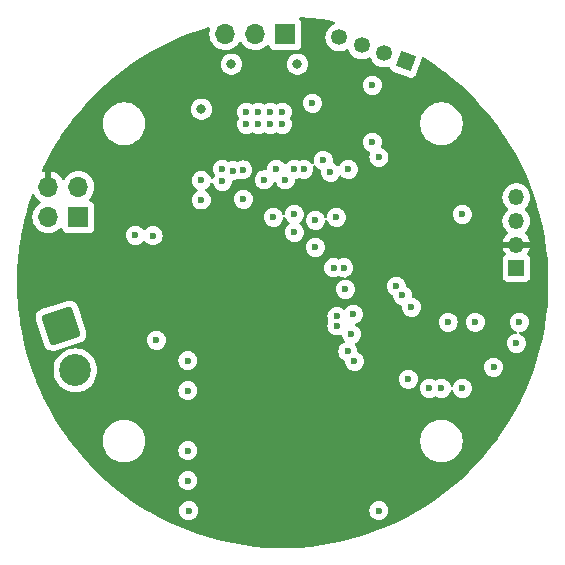
<source format=gbr>
%TF.GenerationSoftware,KiCad,Pcbnew,8.0.4*%
%TF.CreationDate,2025-06-19T10:40:25-04:00*%
%TF.ProjectId,foc_pcb,666f635f-7063-4622-9e6b-696361645f70,2.0*%
%TF.SameCoordinates,Original*%
%TF.FileFunction,Copper,L2,Inr*%
%TF.FilePolarity,Positive*%
%FSLAX46Y46*%
G04 Gerber Fmt 4.6, Leading zero omitted, Abs format (unit mm)*
G04 Created by KiCad (PCBNEW 8.0.4) date 2025-06-19 10:40:25*
%MOMM*%
%LPD*%
G01*
G04 APERTURE LIST*
G04 Aperture macros list*
%AMRoundRect*
0 Rectangle with rounded corners*
0 $1 Rounding radius*
0 $2 $3 $4 $5 $6 $7 $8 $9 X,Y pos of 4 corners*
0 Add a 4 corners polygon primitive as box body*
4,1,4,$2,$3,$4,$5,$6,$7,$8,$9,$2,$3,0*
0 Add four circle primitives for the rounded corners*
1,1,$1+$1,$2,$3*
1,1,$1+$1,$4,$5*
1,1,$1+$1,$6,$7*
1,1,$1+$1,$8,$9*
0 Add four rect primitives between the rounded corners*
20,1,$1+$1,$2,$3,$4,$5,0*
20,1,$1+$1,$4,$5,$6,$7,0*
20,1,$1+$1,$6,$7,$8,$9,0*
20,1,$1+$1,$8,$9,$2,$3,0*%
%AMHorizOval*
0 Thick line with rounded ends*
0 $1 width*
0 $2 $3 position (X,Y) of the first rounded end (center of the circle)*
0 $4 $5 position (X,Y) of the second rounded end (center of the circle)*
0 Add line between two ends*
20,1,$1,$2,$3,$4,$5,0*
0 Add two circle primitives to create the rounded ends*
1,1,$1,$2,$3*
1,1,$1,$4,$5*%
%AMRotRect*
0 Rectangle, with rotation*
0 The origin of the aperture is its center*
0 $1 length*
0 $2 width*
0 $3 Rotation angle, in degrees counterclockwise*
0 Add horizontal line*
21,1,$1,$2,0,0,$3*%
G04 Aperture macros list end*
%TA.AperFunction,ComponentPad*%
%ADD10RoundRect,0.250001X-1.386080X0.706243X-0.706243X-1.386080X1.386080X-0.706243X0.706243X1.386080X0*%
%TD*%
%TA.AperFunction,ComponentPad*%
%ADD11C,2.700000*%
%TD*%
%TA.AperFunction,ComponentPad*%
%ADD12R,1.700000X1.700000*%
%TD*%
%TA.AperFunction,ComponentPad*%
%ADD13O,1.700000X1.700000*%
%TD*%
%TA.AperFunction,ComponentPad*%
%ADD14R,1.350000X1.350000*%
%TD*%
%TA.AperFunction,ComponentPad*%
%ADD15O,1.350000X1.350000*%
%TD*%
%TA.AperFunction,ComponentPad*%
%ADD16RotRect,1.350000X1.350000X250.000000*%
%TD*%
%TA.AperFunction,ComponentPad*%
%ADD17HorizOval,1.350000X0.000000X0.000000X0.000000X0.000000X0*%
%TD*%
%TA.AperFunction,ViaPad*%
%ADD18C,0.600000*%
%TD*%
%TA.AperFunction,ViaPad*%
%ADD19C,0.800000*%
%TD*%
G04 APERTURE END LIST*
D10*
%TO.N,GND*%
%TO.C,J2*%
X293162292Y-154983815D03*
D11*
%TO.N,VCC*%
X294386000Y-158750000D03*
%TD*%
D12*
%TO.N,/out1*%
%TO.C,J1*%
X312166000Y-130302000D03*
D13*
%TO.N,/out2*%
X309626001Y-130302000D03*
%TO.N,/out3*%
X307086001Y-130302000D03*
%TD*%
D14*
%TO.N,GND*%
%TO.C,J4*%
X331724000Y-150114000D03*
D15*
%TO.N,+3.3V*%
X331724000Y-148113999D03*
%TO.N,/sda*%
X331724000Y-146114000D03*
%TO.N,/scl*%
X331724000Y-144114000D03*
%TD*%
D16*
%TO.N,GND*%
%TO.C,J5*%
X322376156Y-132608121D03*
D17*
%TO.N,unconnected-(J5-Pin_2-Pad2)*%
X320496771Y-131924081D03*
%TO.N,/esp_sda*%
X318617386Y-131240039D03*
%TO.N,/esp_scl*%
X316738000Y-130556000D03*
%TD*%
D12*
%TO.N,GND*%
%TO.C,J3*%
X294640000Y-145796000D03*
D13*
X292100000Y-145796000D03*
%TO.N,+5V*%
X294640000Y-143256000D03*
%TO.N,+3.3V*%
X292100000Y-143256000D03*
%TD*%
D18*
%TO.N,GND*%
X331724000Y-156464000D03*
X315976000Y-141986000D03*
X311912000Y-136906000D03*
X308864000Y-137922000D03*
X310896000Y-136906000D03*
X306832000Y-142748000D03*
X309880000Y-137922000D03*
X314706000Y-148336000D03*
X310896000Y-137922000D03*
X303910517Y-168089833D03*
X309880000Y-136906000D03*
X308864000Y-136906000D03*
X327152000Y-145542000D03*
X311912000Y-137922000D03*
%TO.N,+3.3V*%
X309372000Y-155448000D03*
X318707000Y-138684000D03*
X292862000Y-141478000D03*
X328422000Y-160020000D03*
X308864000Y-150114000D03*
D19*
%TO.N,VCC*%
X305054000Y-136652000D03*
X307594000Y-132842000D03*
D18*
X308610000Y-144272000D03*
D19*
X313182000Y-132842000D03*
D18*
%TO.N,Net-(U1-VCP)*%
X317500000Y-141732000D03*
X314452000Y-136144000D03*
%TO.N,+5V*%
X325936903Y-154686336D03*
X299466000Y-147320000D03*
X327152000Y-160274000D03*
X305054000Y-142685000D03*
%TO.N,/v3p3*%
X329783903Y-158496618D03*
X316484000Y-145796000D03*
%TO.N,Net-(JP2-A)*%
X303973727Y-170635947D03*
X317754000Y-155702000D03*
X301244000Y-156210000D03*
%TO.N,Net-(JP3-A)*%
X303910517Y-165549833D03*
X322580000Y-159512000D03*
%TO.N,/sda*%
X317453299Y-157155948D03*
X331978000Y-154686000D03*
%TO.N,/scl*%
X328242000Y-154686000D03*
X318008000Y-157988000D03*
%TO.N,/nSlp*%
X307722741Y-141842095D03*
X312166000Y-142635000D03*
%TO.N,/fault*%
X313732478Y-141744677D03*
X308560481Y-141785001D03*
%TO.N,/nRes*%
X306832000Y-141732000D03*
X310388000Y-142635000D03*
%TO.N,/esp_sda*%
X303910517Y-160469833D03*
X322072000Y-152400000D03*
X320084000Y-140716000D03*
X316528000Y-154978003D03*
%TO.N,/esp_scl*%
X321564000Y-151638000D03*
X316528000Y-154178000D03*
X303910517Y-157929833D03*
X319532000Y-139446000D03*
%TO.N,/en*%
X320075517Y-170629833D03*
X319532000Y-134620000D03*
X322834000Y-153416000D03*
X317921647Y-154010353D03*
%TO.N,/in1*%
X315377500Y-140970000D03*
X317111881Y-150074001D03*
X314706000Y-146050000D03*
X317246000Y-151892000D03*
%TO.N,/in2*%
X312928000Y-145542000D03*
X312928000Y-141732000D03*
X325374000Y-160274000D03*
X316239323Y-150074000D03*
%TO.N,/in3*%
X324358000Y-160274000D03*
X311404000Y-141732000D03*
X311150000Y-145796000D03*
X312928000Y-147066000D03*
%TO.N,Net-(VR1-ADJUSTMENT)*%
X305054000Y-144335000D03*
X300966000Y-147352000D03*
%TD*%
%TA.AperFunction,Conductor*%
%TO.N,+3.3V*%
G36*
X314289330Y-128930185D02*
G01*
X314294407Y-128930719D01*
X315224248Y-129048185D01*
X315229358Y-129048939D01*
X316153499Y-129205245D01*
X316158552Y-129206210D01*
X316274160Y-129230783D01*
X316335641Y-129263975D01*
X316369417Y-129325139D01*
X316364765Y-129394853D01*
X316323160Y-129450985D01*
X316293172Y-129467699D01*
X316211801Y-129499222D01*
X316211786Y-129499229D01*
X316026576Y-129613906D01*
X316026566Y-129613913D01*
X315865574Y-129760676D01*
X315734288Y-129934527D01*
X315637184Y-130129537D01*
X315577564Y-130339081D01*
X315557464Y-130555999D01*
X315557464Y-130556000D01*
X315577564Y-130772918D01*
X315577564Y-130772920D01*
X315577565Y-130772923D01*
X315637183Y-130982459D01*
X315637184Y-130982462D01*
X315710032Y-131128759D01*
X315734288Y-131177472D01*
X315857395Y-131340493D01*
X315865574Y-131351323D01*
X315912748Y-131394328D01*
X316026568Y-131498088D01*
X316026575Y-131498092D01*
X316026576Y-131498093D01*
X316211786Y-131612770D01*
X316211792Y-131612773D01*
X316234664Y-131621633D01*
X316414931Y-131691470D01*
X316629074Y-131731500D01*
X316629076Y-131731500D01*
X316846924Y-131731500D01*
X316846926Y-131731500D01*
X317061069Y-131691470D01*
X317264210Y-131612772D01*
X317326165Y-131574410D01*
X317393525Y-131555854D01*
X317460225Y-131576662D01*
X317505086Y-131630227D01*
X317510709Y-131645903D01*
X317516569Y-131666499D01*
X317541180Y-131715924D01*
X317613674Y-131861511D01*
X317744959Y-132035361D01*
X317905954Y-132182127D01*
X317905961Y-132182131D01*
X317905962Y-132182132D01*
X318091172Y-132296809D01*
X318091178Y-132296812D01*
X318114050Y-132305672D01*
X318294317Y-132375509D01*
X318508460Y-132415539D01*
X318508462Y-132415539D01*
X318726310Y-132415539D01*
X318726312Y-132415539D01*
X318940455Y-132375509D01*
X319143596Y-132296811D01*
X319205551Y-132258450D01*
X319272909Y-132239894D01*
X319339608Y-132260702D01*
X319384470Y-132314267D01*
X319390092Y-132329939D01*
X319395952Y-132350534D01*
X319395958Y-132350550D01*
X319457288Y-132473715D01*
X319493059Y-132545553D01*
X319624344Y-132719403D01*
X319785339Y-132866169D01*
X319785346Y-132866173D01*
X319785347Y-132866174D01*
X319970557Y-132980851D01*
X319970563Y-132980854D01*
X319983261Y-132985773D01*
X320173702Y-133059551D01*
X320387845Y-133099581D01*
X320387847Y-133099581D01*
X320605695Y-133099581D01*
X320605697Y-133099581D01*
X320819840Y-133059551D01*
X320858709Y-133044492D01*
X320928329Y-133038630D01*
X320990070Y-133071339D01*
X321022197Y-133124239D01*
X321052729Y-133225245D01*
X321090992Y-133283759D01*
X321131494Y-133345698D01*
X321131495Y-133345698D01*
X321131496Y-133345700D01*
X321241010Y-133439082D01*
X321294833Y-133465493D01*
X322653389Y-133959966D01*
X322711597Y-133974332D01*
X322711600Y-133974331D01*
X322711601Y-133974332D01*
X322775560Y-133973824D01*
X322855514Y-133973191D01*
X322993280Y-133931548D01*
X323113735Y-133852781D01*
X323207117Y-133743267D01*
X323233528Y-133689444D01*
X323728001Y-132330888D01*
X323728005Y-132330871D01*
X323728695Y-132328606D01*
X323729002Y-132328137D01*
X323729137Y-132327768D01*
X323729224Y-132327799D01*
X323767039Y-132270197D01*
X323830874Y-132241791D01*
X323899932Y-132252407D01*
X323911550Y-132258622D01*
X323993689Y-132308367D01*
X323998009Y-132311110D01*
X324778665Y-132829777D01*
X324782893Y-132832716D01*
X325541107Y-133383590D01*
X325545233Y-133386722D01*
X325706939Y-133514888D01*
X326279722Y-133968871D01*
X326283724Y-133972182D01*
X326993164Y-134584553D01*
X326997022Y-134588026D01*
X327680225Y-135229597D01*
X327683914Y-135233209D01*
X328339662Y-135902838D01*
X328343191Y-135906596D01*
X328589555Y-136180211D01*
X328970295Y-136603065D01*
X328973689Y-136606996D01*
X329571096Y-137329137D01*
X329574322Y-137333208D01*
X330140940Y-138079699D01*
X330143993Y-138083901D01*
X330544830Y-138660631D01*
X330678857Y-138853470D01*
X330681731Y-138857796D01*
X331183918Y-139649117D01*
X331186608Y-139653559D01*
X331655196Y-140465177D01*
X331657698Y-140469728D01*
X332091890Y-141300259D01*
X332094200Y-141304911D01*
X332493249Y-142152934D01*
X332495361Y-142157679D01*
X332858532Y-143021630D01*
X332860444Y-143026459D01*
X333187125Y-143904877D01*
X333188833Y-143909782D01*
X333478442Y-144801106D01*
X333479943Y-144806078D01*
X333731970Y-145708739D01*
X333733262Y-145713769D01*
X333947271Y-146626201D01*
X333948351Y-146631282D01*
X334123965Y-147551883D01*
X334124831Y-147557004D01*
X334261739Y-148484139D01*
X334262390Y-148489292D01*
X334360354Y-149421365D01*
X334360788Y-149426540D01*
X334419634Y-150361859D01*
X334419852Y-150367048D01*
X334439479Y-151304048D01*
X334439479Y-151309242D01*
X334419852Y-152246241D01*
X334419634Y-152251430D01*
X334360788Y-153186749D01*
X334360354Y-153191924D01*
X334262390Y-154123997D01*
X334261739Y-154129150D01*
X334124831Y-155056285D01*
X334123965Y-155061406D01*
X333948351Y-155982007D01*
X333947271Y-155987088D01*
X333733262Y-156899520D01*
X333731970Y-156904550D01*
X333479943Y-157807211D01*
X333478442Y-157812183D01*
X333188833Y-158703507D01*
X333187125Y-158708412D01*
X332860444Y-159586830D01*
X332858532Y-159591659D01*
X332495361Y-160455610D01*
X332493249Y-160460355D01*
X332094200Y-161308378D01*
X332091890Y-161313030D01*
X331657698Y-162143561D01*
X331655196Y-162148112D01*
X331186608Y-162959730D01*
X331183918Y-162964172D01*
X330681731Y-163755493D01*
X330678857Y-163759819D01*
X330143993Y-164529388D01*
X330140940Y-164533590D01*
X329574322Y-165280081D01*
X329571096Y-165284152D01*
X328973689Y-166006293D01*
X328970295Y-166010224D01*
X328343204Y-166706679D01*
X328339649Y-166710465D01*
X327683925Y-167380069D01*
X327680214Y-167383703D01*
X326997024Y-168025261D01*
X326993164Y-168028736D01*
X326283724Y-168641107D01*
X326279722Y-168644418D01*
X325545244Y-169226559D01*
X325541107Y-169229699D01*
X324782911Y-169780560D01*
X324778647Y-169783524D01*
X323998025Y-170302169D01*
X323993639Y-170304952D01*
X323192007Y-170790437D01*
X323187509Y-170793034D01*
X322366241Y-171244530D01*
X322361639Y-171246936D01*
X321522188Y-171663643D01*
X321517488Y-171665855D01*
X320661298Y-172047055D01*
X320656510Y-172049067D01*
X319785157Y-172394060D01*
X319780290Y-172395871D01*
X318895219Y-172704086D01*
X318890279Y-172705691D01*
X317993068Y-172976575D01*
X317988065Y-172977971D01*
X317080326Y-173211038D01*
X317075270Y-173212224D01*
X316158576Y-173407074D01*
X316153474Y-173408048D01*
X315229372Y-173564348D01*
X315224234Y-173565106D01*
X314294451Y-173682565D01*
X314289286Y-173683108D01*
X313355374Y-173761530D01*
X313350191Y-173761856D01*
X312413828Y-173801102D01*
X312408635Y-173801211D01*
X311471431Y-173801211D01*
X311466238Y-173801102D01*
X310529874Y-173761856D01*
X310524691Y-173761530D01*
X309590779Y-173683108D01*
X309585614Y-173682565D01*
X308655831Y-173565106D01*
X308650693Y-173564348D01*
X307726591Y-173408048D01*
X307721489Y-173407074D01*
X306804795Y-173212224D01*
X306799739Y-173211038D01*
X305892000Y-172977971D01*
X305886997Y-172976575D01*
X304989786Y-172705691D01*
X304984859Y-172704090D01*
X304482083Y-172529005D01*
X304099775Y-172395871D01*
X304094908Y-172394060D01*
X303223555Y-172049067D01*
X303218767Y-172047055D01*
X302362577Y-171665855D01*
X302357877Y-171663643D01*
X301518437Y-171246941D01*
X301513835Y-171244535D01*
X300692547Y-170793028D01*
X300688049Y-170790431D01*
X300432958Y-170635943D01*
X303168162Y-170635943D01*
X303168162Y-170635950D01*
X303188357Y-170815196D01*
X303188358Y-170815201D01*
X303247938Y-170985470D01*
X303340069Y-171132095D01*
X303343911Y-171138209D01*
X303471465Y-171265763D01*
X303561807Y-171322529D01*
X303614474Y-171355622D01*
X303624205Y-171361736D01*
X303776999Y-171415201D01*
X303794472Y-171421315D01*
X303794477Y-171421316D01*
X303973723Y-171441512D01*
X303973727Y-171441512D01*
X303973731Y-171441512D01*
X304152976Y-171421316D01*
X304152979Y-171421315D01*
X304152982Y-171421315D01*
X304323249Y-171361736D01*
X304475989Y-171265763D01*
X304603543Y-171138209D01*
X304699516Y-170985469D01*
X304759095Y-170815202D01*
X304761593Y-170793034D01*
X304779292Y-170635950D01*
X304779292Y-170635943D01*
X304778603Y-170629829D01*
X319269952Y-170629829D01*
X319269952Y-170629836D01*
X319290147Y-170809082D01*
X319290148Y-170809087D01*
X319349728Y-170979356D01*
X319353570Y-170985470D01*
X319445701Y-171132095D01*
X319573255Y-171259649D01*
X319725995Y-171355622D01*
X319896262Y-171415201D01*
X319896267Y-171415202D01*
X320075513Y-171435398D01*
X320075517Y-171435398D01*
X320075521Y-171435398D01*
X320254766Y-171415202D01*
X320254769Y-171415201D01*
X320254772Y-171415201D01*
X320425039Y-171355622D01*
X320577779Y-171259649D01*
X320705333Y-171132095D01*
X320801306Y-170979355D01*
X320860885Y-170809088D01*
X320862835Y-170791784D01*
X320881082Y-170629836D01*
X320881082Y-170629829D01*
X320860886Y-170450583D01*
X320860885Y-170450578D01*
X320803445Y-170286425D01*
X320801306Y-170280311D01*
X320705333Y-170127571D01*
X320577779Y-170000017D01*
X320425040Y-169904044D01*
X320254771Y-169844464D01*
X320254766Y-169844463D01*
X320075521Y-169824268D01*
X320075513Y-169824268D01*
X319896267Y-169844463D01*
X319896262Y-169844464D01*
X319725993Y-169904044D01*
X319573254Y-170000017D01*
X319445701Y-170127570D01*
X319349728Y-170280309D01*
X319290148Y-170450578D01*
X319290147Y-170450583D01*
X319269952Y-170629829D01*
X304778603Y-170629829D01*
X304759096Y-170456697D01*
X304759095Y-170456692D01*
X304699515Y-170286423D01*
X304603542Y-170133684D01*
X304475989Y-170006131D01*
X304323250Y-169910158D01*
X304152981Y-169850578D01*
X304152976Y-169850577D01*
X303973731Y-169830382D01*
X303973723Y-169830382D01*
X303794477Y-169850577D01*
X303794472Y-169850578D01*
X303624203Y-169910158D01*
X303471464Y-170006131D01*
X303343911Y-170133684D01*
X303247938Y-170286423D01*
X303188358Y-170456692D01*
X303188357Y-170456697D01*
X303168162Y-170635943D01*
X300432958Y-170635943D01*
X299886426Y-170304952D01*
X299882040Y-170302169D01*
X299861774Y-170288704D01*
X299101410Y-169783519D01*
X299097154Y-169780560D01*
X298916425Y-169649253D01*
X298338955Y-169229697D01*
X298334821Y-169226559D01*
X297600343Y-168644418D01*
X297596341Y-168641107D01*
X296957678Y-168089829D01*
X303104952Y-168089829D01*
X303104952Y-168089836D01*
X303125147Y-168269082D01*
X303125148Y-168269087D01*
X303184728Y-168439356D01*
X303280701Y-168592095D01*
X303408255Y-168719649D01*
X303560995Y-168815622D01*
X303731262Y-168875201D01*
X303731267Y-168875202D01*
X303910513Y-168895398D01*
X303910517Y-168895398D01*
X303910521Y-168895398D01*
X304089766Y-168875202D01*
X304089769Y-168875201D01*
X304089772Y-168875201D01*
X304260039Y-168815622D01*
X304412779Y-168719649D01*
X304540333Y-168592095D01*
X304636306Y-168439355D01*
X304695885Y-168269088D01*
X304716082Y-168089833D01*
X304709198Y-168028736D01*
X304695886Y-167910583D01*
X304695885Y-167910578D01*
X304636305Y-167740309D01*
X304540332Y-167587570D01*
X304412779Y-167460017D01*
X304260040Y-167364044D01*
X304089771Y-167304464D01*
X304089766Y-167304463D01*
X303910521Y-167284268D01*
X303910513Y-167284268D01*
X303731267Y-167304463D01*
X303731262Y-167304464D01*
X303560993Y-167364044D01*
X303408254Y-167460017D01*
X303280701Y-167587570D01*
X303184728Y-167740309D01*
X303125148Y-167910578D01*
X303125147Y-167910583D01*
X303104952Y-168089829D01*
X296957678Y-168089829D01*
X296886901Y-168028736D01*
X296883041Y-168025261D01*
X296579598Y-167740309D01*
X296199840Y-167383692D01*
X296196140Y-167380069D01*
X295540401Y-166710449D01*
X295536875Y-166706694D01*
X294909770Y-166010224D01*
X294906376Y-166006293D01*
X294308969Y-165284152D01*
X294305743Y-165280081D01*
X293914367Y-164764463D01*
X293807498Y-164623668D01*
X296704505Y-164623668D01*
X296704505Y-164859677D01*
X296704506Y-164859693D01*
X296735311Y-165093683D01*
X296796399Y-165321666D01*
X296886719Y-165539718D01*
X296886724Y-165539729D01*
X296957682Y-165662630D01*
X297004732Y-165744123D01*
X297004734Y-165744126D01*
X297004735Y-165744127D01*
X297148411Y-165931370D01*
X297148417Y-165931377D01*
X297315300Y-166098260D01*
X297315306Y-166098265D01*
X297502555Y-166241946D01*
X297633923Y-166317791D01*
X297706948Y-166359953D01*
X297706953Y-166359955D01*
X297706956Y-166359957D01*
X297925012Y-166450279D01*
X298152991Y-166511366D01*
X298386994Y-166542173D01*
X298387001Y-166542173D01*
X298623009Y-166542173D01*
X298623016Y-166542173D01*
X298857019Y-166511366D01*
X299084998Y-166450279D01*
X299303054Y-166359957D01*
X299507455Y-166241946D01*
X299694704Y-166098265D01*
X299861597Y-165931372D01*
X300005278Y-165744123D01*
X300117454Y-165549829D01*
X303104952Y-165549829D01*
X303104952Y-165549836D01*
X303125147Y-165729082D01*
X303125148Y-165729087D01*
X303184728Y-165899356D01*
X303253172Y-166008283D01*
X303280701Y-166052095D01*
X303408255Y-166179649D01*
X303560995Y-166275622D01*
X303731262Y-166335201D01*
X303731267Y-166335202D01*
X303910513Y-166355398D01*
X303910517Y-166355398D01*
X303910521Y-166355398D01*
X304089766Y-166335202D01*
X304089769Y-166335201D01*
X304089772Y-166335201D01*
X304260039Y-166275622D01*
X304412779Y-166179649D01*
X304540333Y-166052095D01*
X304636306Y-165899355D01*
X304695885Y-165729088D01*
X304716082Y-165549833D01*
X304714942Y-165539718D01*
X304695886Y-165370583D01*
X304695885Y-165370578D01*
X304664219Y-165280081D01*
X304636306Y-165200311D01*
X304540333Y-165047571D01*
X304412779Y-164920017D01*
X304260040Y-164824044D01*
X304089771Y-164764464D01*
X304089766Y-164764463D01*
X303910521Y-164744268D01*
X303910513Y-164744268D01*
X303731267Y-164764463D01*
X303731262Y-164764464D01*
X303560993Y-164824044D01*
X303408254Y-164920017D01*
X303280701Y-165047570D01*
X303184728Y-165200309D01*
X303125148Y-165370578D01*
X303125147Y-165370583D01*
X303104952Y-165549829D01*
X300117454Y-165549829D01*
X300123289Y-165539722D01*
X300213611Y-165321666D01*
X300274698Y-165093687D01*
X300305505Y-164859684D01*
X300305505Y-164623668D01*
X323574562Y-164623668D01*
X323574562Y-164859677D01*
X323574563Y-164859693D01*
X323605368Y-165093683D01*
X323666456Y-165321666D01*
X323756776Y-165539718D01*
X323756781Y-165539729D01*
X323827739Y-165662630D01*
X323874789Y-165744123D01*
X323874791Y-165744126D01*
X323874792Y-165744127D01*
X324018468Y-165931370D01*
X324018474Y-165931377D01*
X324185357Y-166098260D01*
X324185363Y-166098265D01*
X324372612Y-166241946D01*
X324503980Y-166317791D01*
X324577005Y-166359953D01*
X324577010Y-166359955D01*
X324577013Y-166359957D01*
X324795069Y-166450279D01*
X325023048Y-166511366D01*
X325257051Y-166542173D01*
X325257058Y-166542173D01*
X325493066Y-166542173D01*
X325493073Y-166542173D01*
X325727076Y-166511366D01*
X325955055Y-166450279D01*
X326173111Y-166359957D01*
X326377512Y-166241946D01*
X326564761Y-166098265D01*
X326731654Y-165931372D01*
X326875335Y-165744123D01*
X326993346Y-165539722D01*
X327083668Y-165321666D01*
X327144755Y-165093687D01*
X327175562Y-164859684D01*
X327175562Y-164623662D01*
X327144755Y-164389659D01*
X327083668Y-164161680D01*
X326993346Y-163943624D01*
X326993344Y-163943621D01*
X326993342Y-163943616D01*
X326951180Y-163870591D01*
X326875335Y-163739223D01*
X326731654Y-163551974D01*
X326731649Y-163551968D01*
X326564766Y-163385085D01*
X326564759Y-163385079D01*
X326377516Y-163241403D01*
X326377515Y-163241402D01*
X326377512Y-163241400D01*
X326296019Y-163194350D01*
X326173118Y-163123392D01*
X326173107Y-163123387D01*
X325955055Y-163033067D01*
X325727072Y-162971979D01*
X325493082Y-162941174D01*
X325493079Y-162941173D01*
X325493073Y-162941173D01*
X325257051Y-162941173D01*
X325257045Y-162941173D01*
X325257041Y-162941174D01*
X325023051Y-162971979D01*
X324795068Y-163033067D01*
X324577016Y-163123387D01*
X324577005Y-163123392D01*
X324372607Y-163241403D01*
X324185364Y-163385079D01*
X324185357Y-163385085D01*
X324018474Y-163551968D01*
X324018468Y-163551975D01*
X323874792Y-163739218D01*
X323756781Y-163943616D01*
X323756776Y-163943627D01*
X323666456Y-164161679D01*
X323605368Y-164389662D01*
X323574563Y-164623652D01*
X323574562Y-164623668D01*
X300305505Y-164623668D01*
X300305505Y-164623662D01*
X300274698Y-164389659D01*
X300213611Y-164161680D01*
X300123289Y-163943624D01*
X300123287Y-163943621D01*
X300123285Y-163943616D01*
X300081123Y-163870591D01*
X300005278Y-163739223D01*
X299861597Y-163551974D01*
X299861592Y-163551968D01*
X299694709Y-163385085D01*
X299694702Y-163385079D01*
X299507459Y-163241403D01*
X299507458Y-163241402D01*
X299507455Y-163241400D01*
X299425962Y-163194350D01*
X299303061Y-163123392D01*
X299303050Y-163123387D01*
X299084998Y-163033067D01*
X298857015Y-162971979D01*
X298623025Y-162941174D01*
X298623022Y-162941173D01*
X298623016Y-162941173D01*
X298386994Y-162941173D01*
X298386988Y-162941173D01*
X298386984Y-162941174D01*
X298152994Y-162971979D01*
X297925011Y-163033067D01*
X297706959Y-163123387D01*
X297706948Y-163123392D01*
X297502550Y-163241403D01*
X297315307Y-163385079D01*
X297315300Y-163385085D01*
X297148417Y-163551968D01*
X297148411Y-163551975D01*
X297004735Y-163739218D01*
X296886724Y-163943616D01*
X296886719Y-163943627D01*
X296796399Y-164161679D01*
X296735311Y-164389662D01*
X296704506Y-164623652D01*
X296704505Y-164623668D01*
X293807498Y-164623668D01*
X293739120Y-164533583D01*
X293736072Y-164529388D01*
X293638958Y-164389659D01*
X293201200Y-163759807D01*
X293198334Y-163755493D01*
X292696147Y-162964172D01*
X292693457Y-162959730D01*
X292224869Y-162148112D01*
X292222367Y-162143561D01*
X291788175Y-161313030D01*
X291785865Y-161308378D01*
X291760842Y-161255202D01*
X291386812Y-160460347D01*
X291384704Y-160455610D01*
X291377122Y-160437574D01*
X291089359Y-159753011D01*
X291021533Y-159591659D01*
X291019621Y-159586830D01*
X290806600Y-159014034D01*
X290708406Y-158749998D01*
X292530773Y-158749998D01*
X292530773Y-158750001D01*
X292549657Y-159014027D01*
X292549658Y-159014034D01*
X292605921Y-159272673D01*
X292698426Y-159520690D01*
X292698428Y-159520694D01*
X292825280Y-159753005D01*
X292825285Y-159753013D01*
X292983906Y-159964907D01*
X292983922Y-159964925D01*
X293171074Y-160152077D01*
X293171092Y-160152093D01*
X293382986Y-160310714D01*
X293382994Y-160310719D01*
X293615305Y-160437571D01*
X293615309Y-160437573D01*
X293615311Y-160437574D01*
X293863322Y-160530077D01*
X293863325Y-160530077D01*
X293863326Y-160530078D01*
X294058552Y-160572546D01*
X294121974Y-160586343D01*
X294365660Y-160603772D01*
X294385999Y-160605227D01*
X294386000Y-160605227D01*
X294386001Y-160605227D01*
X294404885Y-160603876D01*
X294650026Y-160586343D01*
X294908678Y-160530077D01*
X295070210Y-160469829D01*
X303104952Y-160469829D01*
X303104952Y-160469836D01*
X303125147Y-160649082D01*
X303125148Y-160649087D01*
X303184728Y-160819356D01*
X303249641Y-160922663D01*
X303280701Y-160972095D01*
X303408255Y-161099649D01*
X303560995Y-161195622D01*
X303731262Y-161255201D01*
X303731267Y-161255202D01*
X303910513Y-161275398D01*
X303910517Y-161275398D01*
X303910521Y-161275398D01*
X304089766Y-161255202D01*
X304089769Y-161255201D01*
X304089772Y-161255201D01*
X304260039Y-161195622D01*
X304412779Y-161099649D01*
X304540333Y-160972095D01*
X304636306Y-160819355D01*
X304695885Y-160649088D01*
X304695886Y-160649082D01*
X304716082Y-160469836D01*
X304716082Y-160469829D01*
X304695886Y-160290583D01*
X304695885Y-160290578D01*
X304643831Y-160141816D01*
X304636306Y-160120311D01*
X304540333Y-159967571D01*
X304412779Y-159840017D01*
X304304114Y-159771738D01*
X304260040Y-159744044D01*
X304089771Y-159684464D01*
X304089766Y-159684463D01*
X303910521Y-159664268D01*
X303910513Y-159664268D01*
X303731267Y-159684463D01*
X303731262Y-159684464D01*
X303560993Y-159744044D01*
X303408254Y-159840017D01*
X303280701Y-159967570D01*
X303184728Y-160120309D01*
X303125148Y-160290578D01*
X303125147Y-160290583D01*
X303104952Y-160469829D01*
X295070210Y-160469829D01*
X295156689Y-160437574D01*
X295389011Y-160310716D01*
X295600915Y-160152087D01*
X295788087Y-159964915D01*
X295946716Y-159753011D01*
X296073574Y-159520689D01*
X296076816Y-159511996D01*
X321774435Y-159511996D01*
X321774435Y-159512003D01*
X321794630Y-159691249D01*
X321794631Y-159691254D01*
X321854211Y-159861523D01*
X321893769Y-159924478D01*
X321950184Y-160014262D01*
X322077738Y-160141816D01*
X322230478Y-160237789D01*
X322333952Y-160273996D01*
X322400745Y-160297368D01*
X322400750Y-160297369D01*
X322579996Y-160317565D01*
X322580000Y-160317565D01*
X322580004Y-160317565D01*
X322759249Y-160297369D01*
X322759252Y-160297368D01*
X322759255Y-160297368D01*
X322826048Y-160273996D01*
X323552435Y-160273996D01*
X323552435Y-160274003D01*
X323572630Y-160453249D01*
X323572631Y-160453254D01*
X323632211Y-160623523D01*
X323648275Y-160649088D01*
X323728184Y-160776262D01*
X323855738Y-160903816D01*
X324008478Y-160999789D01*
X324178745Y-161059368D01*
X324178750Y-161059369D01*
X324357996Y-161079565D01*
X324358000Y-161079565D01*
X324358004Y-161079565D01*
X324537249Y-161059369D01*
X324537252Y-161059368D01*
X324537255Y-161059368D01*
X324707522Y-160999789D01*
X324800027Y-160941663D01*
X324867264Y-160922663D01*
X324931973Y-160941664D01*
X325024475Y-160999788D01*
X325194745Y-161059368D01*
X325194750Y-161059369D01*
X325373996Y-161079565D01*
X325374000Y-161079565D01*
X325374004Y-161079565D01*
X325553249Y-161059369D01*
X325553252Y-161059368D01*
X325553255Y-161059368D01*
X325723522Y-160999789D01*
X325876262Y-160903816D01*
X326003816Y-160776262D01*
X326099789Y-160623522D01*
X326145958Y-160491579D01*
X326186680Y-160434802D01*
X326251633Y-160409055D01*
X326320194Y-160422511D01*
X326370597Y-160470898D01*
X326380042Y-160491579D01*
X326426210Y-160623521D01*
X326442275Y-160649088D01*
X326522184Y-160776262D01*
X326649738Y-160903816D01*
X326802478Y-160999789D01*
X326972745Y-161059368D01*
X326972750Y-161059369D01*
X327151996Y-161079565D01*
X327152000Y-161079565D01*
X327152004Y-161079565D01*
X327331249Y-161059369D01*
X327331252Y-161059368D01*
X327331255Y-161059368D01*
X327501522Y-160999789D01*
X327654262Y-160903816D01*
X327781816Y-160776262D01*
X327877789Y-160623522D01*
X327937368Y-160453255D01*
X327942348Y-160409055D01*
X327957565Y-160274003D01*
X327957565Y-160273996D01*
X327937369Y-160094750D01*
X327937368Y-160094745D01*
X327892868Y-159967571D01*
X327877789Y-159924478D01*
X327781816Y-159771738D01*
X327654262Y-159644184D01*
X327624266Y-159625336D01*
X327501523Y-159548211D01*
X327331254Y-159488631D01*
X327331249Y-159488630D01*
X327152004Y-159468435D01*
X327151996Y-159468435D01*
X326972750Y-159488630D01*
X326972745Y-159488631D01*
X326802476Y-159548211D01*
X326649737Y-159644184D01*
X326522184Y-159771737D01*
X326426209Y-159924480D01*
X326380041Y-160056421D01*
X326339320Y-160113197D01*
X326274367Y-160138944D01*
X326205805Y-160125488D01*
X326155403Y-160077100D01*
X326145959Y-160056421D01*
X326099790Y-159924480D01*
X326099789Y-159924478D01*
X326003816Y-159771738D01*
X325876262Y-159644184D01*
X325846266Y-159625336D01*
X325723523Y-159548211D01*
X325553254Y-159488631D01*
X325553249Y-159488630D01*
X325374004Y-159468435D01*
X325373996Y-159468435D01*
X325194750Y-159488630D01*
X325194745Y-159488631D01*
X325024476Y-159548211D01*
X324931972Y-159606336D01*
X324864735Y-159625336D01*
X324800028Y-159606336D01*
X324707523Y-159548211D01*
X324537254Y-159488631D01*
X324537249Y-159488630D01*
X324358004Y-159468435D01*
X324357996Y-159468435D01*
X324178750Y-159488630D01*
X324178745Y-159488631D01*
X324008476Y-159548211D01*
X323855737Y-159644184D01*
X323728184Y-159771737D01*
X323632211Y-159924476D01*
X323572631Y-160094745D01*
X323572630Y-160094750D01*
X323552435Y-160273996D01*
X322826048Y-160273996D01*
X322929522Y-160237789D01*
X323082262Y-160141816D01*
X323209816Y-160014262D01*
X323305789Y-159861522D01*
X323365368Y-159691255D01*
X323366133Y-159684464D01*
X323385565Y-159512003D01*
X323385565Y-159511996D01*
X323365369Y-159332750D01*
X323365368Y-159332745D01*
X323305788Y-159162476D01*
X323209815Y-159009737D01*
X323082262Y-158882184D01*
X322929523Y-158786211D01*
X322759254Y-158726631D01*
X322759249Y-158726630D01*
X322580004Y-158706435D01*
X322579996Y-158706435D01*
X322400750Y-158726630D01*
X322400745Y-158726631D01*
X322230476Y-158786211D01*
X322077737Y-158882184D01*
X321950184Y-159009737D01*
X321854211Y-159162476D01*
X321794631Y-159332745D01*
X321794630Y-159332750D01*
X321774435Y-159511996D01*
X296076816Y-159511996D01*
X296166077Y-159272678D01*
X296222343Y-159014026D01*
X296241227Y-158750000D01*
X296222343Y-158485974D01*
X296166077Y-158227322D01*
X296073574Y-157979311D01*
X296046558Y-157929836D01*
X296046554Y-157929829D01*
X303104952Y-157929829D01*
X303104952Y-157929836D01*
X303125147Y-158109082D01*
X303125148Y-158109087D01*
X303184728Y-158279356D01*
X303221277Y-158337523D01*
X303280701Y-158432095D01*
X303408255Y-158559649D01*
X303560995Y-158655622D01*
X303704910Y-158705980D01*
X303731262Y-158715201D01*
X303731267Y-158715202D01*
X303910513Y-158735398D01*
X303910517Y-158735398D01*
X303910521Y-158735398D01*
X304089766Y-158715202D01*
X304089769Y-158715201D01*
X304089772Y-158715201D01*
X304260039Y-158655622D01*
X304412779Y-158559649D01*
X304540333Y-158432095D01*
X304636306Y-158279355D01*
X304695885Y-158109088D01*
X304708812Y-157994356D01*
X304716082Y-157929836D01*
X304716082Y-157929829D01*
X304695886Y-157750583D01*
X304695885Y-157750578D01*
X304694628Y-157746986D01*
X304636306Y-157580311D01*
X304540333Y-157427571D01*
X304412779Y-157300017D01*
X304352613Y-157262212D01*
X304260040Y-157204044D01*
X304089771Y-157144464D01*
X304089766Y-157144463D01*
X303910521Y-157124268D01*
X303910513Y-157124268D01*
X303731267Y-157144463D01*
X303731262Y-157144464D01*
X303560993Y-157204044D01*
X303408254Y-157300017D01*
X303280701Y-157427570D01*
X303184728Y-157580309D01*
X303125148Y-157750578D01*
X303125147Y-157750583D01*
X303104952Y-157929829D01*
X296046554Y-157929829D01*
X295946719Y-157746994D01*
X295946714Y-157746986D01*
X295788093Y-157535092D01*
X295788077Y-157535074D01*
X295600925Y-157347922D01*
X295600907Y-157347906D01*
X295389013Y-157189285D01*
X295389005Y-157189280D01*
X295156694Y-157062428D01*
X295156690Y-157062426D01*
X294908673Y-156969921D01*
X294650034Y-156913658D01*
X294650027Y-156913657D01*
X294386001Y-156894773D01*
X294385999Y-156894773D01*
X294121972Y-156913657D01*
X294121965Y-156913658D01*
X293863326Y-156969921D01*
X293615309Y-157062426D01*
X293615305Y-157062428D01*
X293382994Y-157189280D01*
X293382986Y-157189285D01*
X293171092Y-157347906D01*
X293171074Y-157347922D01*
X292983922Y-157535074D01*
X292983906Y-157535092D01*
X292825285Y-157746986D01*
X292825280Y-157746994D01*
X292698428Y-157979305D01*
X292698426Y-157979309D01*
X292605921Y-158227326D01*
X292549658Y-158485965D01*
X292549657Y-158485972D01*
X292530773Y-158749998D01*
X290708406Y-158749998D01*
X290692933Y-158708392D01*
X290691232Y-158703507D01*
X290401615Y-157812157D01*
X290400129Y-157807237D01*
X290148095Y-156904550D01*
X290146803Y-156899520D01*
X290132800Y-156839816D01*
X289932790Y-155987072D01*
X289931714Y-155982007D01*
X289927847Y-155961738D01*
X289774385Y-155157258D01*
X289756100Y-155061406D01*
X289755234Y-155056285D01*
X289727075Y-154865591D01*
X289652553Y-154360929D01*
X291025213Y-154360929D01*
X291046529Y-154459792D01*
X291046990Y-154461928D01*
X291757734Y-156649374D01*
X291799485Y-156743887D01*
X291903431Y-156885220D01*
X292037169Y-156998771D01*
X292193489Y-157078420D01*
X292363960Y-157119871D01*
X292363961Y-157119872D01*
X292365936Y-157119883D01*
X292539402Y-157120894D01*
X292640405Y-157099117D01*
X294827851Y-156388373D01*
X294922364Y-156346622D01*
X295063697Y-156242676D01*
X295091444Y-156209996D01*
X300438435Y-156209996D01*
X300438435Y-156210003D01*
X300458630Y-156389249D01*
X300458631Y-156389254D01*
X300518211Y-156559523D01*
X300577378Y-156653686D01*
X300614184Y-156712262D01*
X300741738Y-156839816D01*
X300894478Y-156935789D01*
X301011375Y-156976693D01*
X301064745Y-156995368D01*
X301064750Y-156995369D01*
X301243996Y-157015565D01*
X301244000Y-157015565D01*
X301244004Y-157015565D01*
X301423249Y-156995369D01*
X301423252Y-156995368D01*
X301423255Y-156995368D01*
X301593522Y-156935789D01*
X301746262Y-156839816D01*
X301873816Y-156712262D01*
X301969789Y-156559522D01*
X302029368Y-156389255D01*
X302029369Y-156389249D01*
X302049565Y-156210003D01*
X302049565Y-156209996D01*
X302029369Y-156030750D01*
X302029368Y-156030745D01*
X301969788Y-155860476D01*
X301908773Y-155763372D01*
X301873816Y-155707738D01*
X301746262Y-155580184D01*
X301670757Y-155532741D01*
X301593523Y-155484211D01*
X301423254Y-155424631D01*
X301423249Y-155424630D01*
X301244004Y-155404435D01*
X301243996Y-155404435D01*
X301064750Y-155424630D01*
X301064745Y-155424631D01*
X300894476Y-155484211D01*
X300741737Y-155580184D01*
X300614184Y-155707737D01*
X300518211Y-155860476D01*
X300458631Y-156030745D01*
X300458630Y-156030750D01*
X300438435Y-156209996D01*
X295091444Y-156209996D01*
X295177248Y-156108938D01*
X295256897Y-155952618D01*
X295298349Y-155782144D01*
X295299371Y-155606705D01*
X295277594Y-155505702D01*
X294846196Y-154177996D01*
X315722435Y-154177996D01*
X315722435Y-154178003D01*
X315742630Y-154357249D01*
X315742633Y-154357262D01*
X315804510Y-154534094D01*
X315802366Y-154534843D01*
X315811960Y-154593161D01*
X315803612Y-154621595D01*
X315804510Y-154621909D01*
X315742633Y-154798740D01*
X315742630Y-154798753D01*
X315722435Y-154977999D01*
X315722435Y-154978006D01*
X315742630Y-155157252D01*
X315742631Y-155157257D01*
X315802211Y-155327526D01*
X315863226Y-155424630D01*
X315898184Y-155480265D01*
X316025738Y-155607819D01*
X316095582Y-155651705D01*
X316175630Y-155702003D01*
X316178478Y-155703792D01*
X316276836Y-155738209D01*
X316348745Y-155763371D01*
X316348750Y-155763372D01*
X316527996Y-155783568D01*
X316528000Y-155783568D01*
X316528004Y-155783568D01*
X316707249Y-155763372D01*
X316707251Y-155763371D01*
X316707255Y-155763371D01*
X316707258Y-155763369D01*
X316707262Y-155763369D01*
X316799173Y-155731208D01*
X316868952Y-155727646D01*
X316929579Y-155762374D01*
X316961807Y-155824367D01*
X316963348Y-155834365D01*
X316968630Y-155881250D01*
X316968631Y-155881254D01*
X317028211Y-156051523D01*
X317124184Y-156204262D01*
X317146691Y-156226769D01*
X317180176Y-156288092D01*
X317175192Y-156357784D01*
X317133320Y-156413717D01*
X317109662Y-156426327D01*
X317110052Y-156427136D01*
X317103782Y-156430155D01*
X316951036Y-156526132D01*
X316823483Y-156653685D01*
X316727510Y-156806424D01*
X316667930Y-156976693D01*
X316667929Y-156976698D01*
X316647734Y-157155944D01*
X316647734Y-157155951D01*
X316667929Y-157335197D01*
X316667930Y-157335202D01*
X316727510Y-157505471D01*
X316823483Y-157658210D01*
X316951037Y-157785764D01*
X317103777Y-157881737D01*
X317120473Y-157887579D01*
X317177251Y-157928299D01*
X317202743Y-157990739D01*
X317222630Y-158167249D01*
X317222631Y-158167254D01*
X317282211Y-158337523D01*
X317341635Y-158432095D01*
X317378184Y-158490262D01*
X317505738Y-158617816D01*
X317565904Y-158655621D01*
X317649920Y-158708412D01*
X317658478Y-158713789D01*
X317761963Y-158750000D01*
X317828745Y-158773368D01*
X317828750Y-158773369D01*
X318007996Y-158793565D01*
X318008000Y-158793565D01*
X318008004Y-158793565D01*
X318187249Y-158773369D01*
X318187252Y-158773368D01*
X318187255Y-158773368D01*
X318357522Y-158713789D01*
X318510262Y-158617816D01*
X318631464Y-158496614D01*
X328978338Y-158496614D01*
X328978338Y-158496621D01*
X328998533Y-158675867D01*
X328998534Y-158675872D01*
X329058114Y-158846141D01*
X329154087Y-158998880D01*
X329281641Y-159126434D01*
X329434381Y-159222407D01*
X329578033Y-159272673D01*
X329604648Y-159281986D01*
X329604653Y-159281987D01*
X329783899Y-159302183D01*
X329783903Y-159302183D01*
X329783907Y-159302183D01*
X329963152Y-159281987D01*
X329963155Y-159281986D01*
X329963158Y-159281986D01*
X330133425Y-159222407D01*
X330286165Y-159126434D01*
X330413719Y-158998880D01*
X330509692Y-158846140D01*
X330569271Y-158675873D01*
X330571553Y-158655621D01*
X330589468Y-158496621D01*
X330589468Y-158496614D01*
X330569272Y-158317368D01*
X330569271Y-158317363D01*
X330516746Y-158167255D01*
X330509692Y-158147096D01*
X330413719Y-157994356D01*
X330286165Y-157866802D01*
X330133426Y-157770829D01*
X329963157Y-157711249D01*
X329963152Y-157711248D01*
X329783907Y-157691053D01*
X329783899Y-157691053D01*
X329604653Y-157711248D01*
X329604648Y-157711249D01*
X329434379Y-157770829D01*
X329281640Y-157866802D01*
X329154087Y-157994355D01*
X329058114Y-158147094D01*
X328998534Y-158317363D01*
X328998533Y-158317368D01*
X328978338Y-158496614D01*
X318631464Y-158496614D01*
X318637816Y-158490262D01*
X318733789Y-158337522D01*
X318793368Y-158167255D01*
X318793369Y-158167249D01*
X318813565Y-157988003D01*
X318813565Y-157987996D01*
X318793369Y-157808750D01*
X318793368Y-157808745D01*
X318771759Y-157746989D01*
X318733789Y-157638478D01*
X318637816Y-157485738D01*
X318510262Y-157358184D01*
X318473686Y-157335202D01*
X318357524Y-157262212D01*
X318357520Y-157262210D01*
X318340817Y-157256365D01*
X318284042Y-157215642D01*
X318258555Y-157153208D01*
X318255294Y-157124268D01*
X318241155Y-156998771D01*
X318238668Y-156976698D01*
X318238667Y-156976693D01*
X318206659Y-156885220D01*
X318179088Y-156806426D01*
X318083115Y-156653686D01*
X318060607Y-156631178D01*
X318027122Y-156569855D01*
X318032106Y-156500163D01*
X318059181Y-156463996D01*
X330918435Y-156463996D01*
X330918435Y-156464003D01*
X330938630Y-156643249D01*
X330938631Y-156643254D01*
X330998211Y-156813523D01*
X331094184Y-156966262D01*
X331221738Y-157093816D01*
X331270202Y-157124268D01*
X331373675Y-157189285D01*
X331374478Y-157189789D01*
X331448362Y-157215642D01*
X331544745Y-157249368D01*
X331544750Y-157249369D01*
X331723996Y-157269565D01*
X331724000Y-157269565D01*
X331724004Y-157269565D01*
X331903249Y-157249369D01*
X331903252Y-157249368D01*
X331903255Y-157249368D01*
X332073522Y-157189789D01*
X332226262Y-157093816D01*
X332353816Y-156966262D01*
X332449789Y-156813522D01*
X332509368Y-156643255D01*
X332517638Y-156569855D01*
X332529565Y-156464003D01*
X332529565Y-156463996D01*
X332509369Y-156284750D01*
X332509368Y-156284745D01*
X332483215Y-156210003D01*
X332449789Y-156114478D01*
X332353816Y-155961738D01*
X332226262Y-155834184D01*
X332210638Y-155824367D01*
X332073520Y-155738209D01*
X332029861Y-155722932D01*
X331973085Y-155682210D01*
X331947339Y-155617257D01*
X331960796Y-155548695D01*
X332009184Y-155498293D01*
X332056933Y-155482671D01*
X332100050Y-155477813D01*
X332157249Y-155471369D01*
X332157252Y-155471368D01*
X332157255Y-155471368D01*
X332327522Y-155411789D01*
X332480262Y-155315816D01*
X332607816Y-155188262D01*
X332703789Y-155035522D01*
X332763368Y-154865255D01*
X332770861Y-154798753D01*
X332783565Y-154686003D01*
X332783565Y-154685996D01*
X332763369Y-154506750D01*
X332763368Y-154506745D01*
X332711976Y-154359875D01*
X332703789Y-154336478D01*
X332607816Y-154183738D01*
X332480262Y-154056184D01*
X332327523Y-153960211D01*
X332157254Y-153900631D01*
X332157249Y-153900630D01*
X331978004Y-153880435D01*
X331977996Y-153880435D01*
X331798750Y-153900630D01*
X331798745Y-153900631D01*
X331628476Y-153960211D01*
X331475737Y-154056184D01*
X331348184Y-154183737D01*
X331252211Y-154336476D01*
X331192631Y-154506745D01*
X331192630Y-154506750D01*
X331172435Y-154685996D01*
X331172435Y-154686003D01*
X331192630Y-154865249D01*
X331192631Y-154865254D01*
X331252211Y-155035523D01*
X331275246Y-155072182D01*
X331348184Y-155188262D01*
X331475738Y-155315816D01*
X331628478Y-155411789D01*
X331628480Y-155411790D01*
X331672137Y-155427067D01*
X331728913Y-155467788D01*
X331754660Y-155532741D01*
X331741204Y-155601303D01*
X331692816Y-155651705D01*
X331645066Y-155667328D01*
X331544749Y-155678630D01*
X331544745Y-155678631D01*
X331374476Y-155738211D01*
X331221737Y-155834184D01*
X331094184Y-155961737D01*
X330998211Y-156114476D01*
X330938631Y-156284745D01*
X330938630Y-156284750D01*
X330918435Y-156463996D01*
X318059181Y-156463996D01*
X318073978Y-156444230D01*
X318097638Y-156431624D01*
X318097247Y-156430812D01*
X318103516Y-156427792D01*
X318103519Y-156427789D01*
X318103522Y-156427789D01*
X318256262Y-156331816D01*
X318383816Y-156204262D01*
X318479789Y-156051522D01*
X318539368Y-155881255D01*
X318541709Y-155860478D01*
X318559565Y-155702003D01*
X318559565Y-155701996D01*
X318539369Y-155522750D01*
X318539368Y-155522745D01*
X318525884Y-155484211D01*
X318479789Y-155352478D01*
X318383816Y-155199738D01*
X318256262Y-155072184D01*
X318256260Y-155072182D01*
X318136105Y-154996683D01*
X318089815Y-154944348D01*
X318079167Y-154875295D01*
X318107542Y-154811447D01*
X318161122Y-154774648D01*
X318271169Y-154736142D01*
X318350441Y-154686332D01*
X325131338Y-154686332D01*
X325131338Y-154686339D01*
X325151533Y-154865585D01*
X325151534Y-154865590D01*
X325211114Y-155035859D01*
X325233939Y-155072184D01*
X325307087Y-155188598D01*
X325434641Y-155316152D01*
X325524983Y-155372918D01*
X325586847Y-155411790D01*
X325587381Y-155412125D01*
X325630083Y-155427067D01*
X325757648Y-155471704D01*
X325757653Y-155471705D01*
X325936899Y-155491901D01*
X325936903Y-155491901D01*
X325936907Y-155491901D01*
X326116152Y-155471705D01*
X326116155Y-155471704D01*
X326116158Y-155471704D01*
X326286425Y-155412125D01*
X326439165Y-155316152D01*
X326566719Y-155188598D01*
X326662692Y-155035858D01*
X326722271Y-154865591D01*
X326729802Y-154798753D01*
X326742468Y-154686339D01*
X326742468Y-154686332D01*
X326742430Y-154685996D01*
X327436435Y-154685996D01*
X327436435Y-154686003D01*
X327456630Y-154865249D01*
X327456631Y-154865254D01*
X327516211Y-155035523D01*
X327539246Y-155072182D01*
X327612184Y-155188262D01*
X327739738Y-155315816D01*
X327892478Y-155411789D01*
X328052514Y-155467788D01*
X328062745Y-155471368D01*
X328062750Y-155471369D01*
X328241996Y-155491565D01*
X328242000Y-155491565D01*
X328242004Y-155491565D01*
X328421249Y-155471369D01*
X328421252Y-155471368D01*
X328421255Y-155471368D01*
X328591522Y-155411789D01*
X328744262Y-155315816D01*
X328871816Y-155188262D01*
X328967789Y-155035522D01*
X329027368Y-154865255D01*
X329034861Y-154798753D01*
X329047565Y-154686003D01*
X329047565Y-154685996D01*
X329027369Y-154506750D01*
X329027368Y-154506745D01*
X328975976Y-154359875D01*
X328967789Y-154336478D01*
X328871816Y-154183738D01*
X328744262Y-154056184D01*
X328591523Y-153960211D01*
X328421254Y-153900631D01*
X328421249Y-153900630D01*
X328242004Y-153880435D01*
X328241996Y-153880435D01*
X328062750Y-153900630D01*
X328062745Y-153900631D01*
X327892476Y-153960211D01*
X327739737Y-154056184D01*
X327612184Y-154183737D01*
X327516211Y-154336476D01*
X327456631Y-154506745D01*
X327456630Y-154506750D01*
X327436435Y-154685996D01*
X326742430Y-154685996D01*
X326722272Y-154507086D01*
X326722271Y-154507081D01*
X326671129Y-154360925D01*
X326662692Y-154336814D01*
X326566719Y-154184074D01*
X326439165Y-154056520D01*
X326373107Y-154015013D01*
X326286426Y-153960547D01*
X326116157Y-153900967D01*
X326116152Y-153900966D01*
X325936907Y-153880771D01*
X325936899Y-153880771D01*
X325757653Y-153900966D01*
X325757648Y-153900967D01*
X325587379Y-153960547D01*
X325434640Y-154056520D01*
X325307087Y-154184073D01*
X325211114Y-154336812D01*
X325151534Y-154507081D01*
X325151533Y-154507086D01*
X325131338Y-154686332D01*
X318350441Y-154686332D01*
X318423909Y-154640169D01*
X318551463Y-154512615D01*
X318647436Y-154359875D01*
X318707015Y-154189608D01*
X318707016Y-154189602D01*
X318727212Y-154010356D01*
X318727212Y-154010349D01*
X318707016Y-153831103D01*
X318707015Y-153831098D01*
X318684069Y-153765522D01*
X318647436Y-153660831D01*
X318551463Y-153508091D01*
X318423909Y-153380537D01*
X318411015Y-153372435D01*
X318271170Y-153284564D01*
X318100901Y-153224984D01*
X318100896Y-153224983D01*
X317921651Y-153204788D01*
X317921643Y-153204788D01*
X317742397Y-153224983D01*
X317742392Y-153224984D01*
X317572123Y-153284564D01*
X317419384Y-153380537D01*
X317291831Y-153508090D01*
X317291829Y-153508093D01*
X317258151Y-153561691D01*
X317205816Y-153607982D01*
X317136763Y-153618629D01*
X317072914Y-153590254D01*
X317065477Y-153583399D01*
X317030262Y-153548184D01*
X316877523Y-153452211D01*
X316707254Y-153392631D01*
X316707249Y-153392630D01*
X316528004Y-153372435D01*
X316527996Y-153372435D01*
X316348750Y-153392630D01*
X316348745Y-153392631D01*
X316178476Y-153452211D01*
X316025737Y-153548184D01*
X315898184Y-153675737D01*
X315802211Y-153828476D01*
X315742631Y-153998745D01*
X315742630Y-153998750D01*
X315722435Y-154177996D01*
X294846196Y-154177996D01*
X294566850Y-153318256D01*
X294525099Y-153223743D01*
X294421153Y-153082410D01*
X294287415Y-152968859D01*
X294131095Y-152889210D01*
X294131094Y-152889209D01*
X294131093Y-152889209D01*
X293960623Y-152847758D01*
X293960622Y-152847757D01*
X293790114Y-152846764D01*
X293785182Y-152846736D01*
X293785181Y-152846736D01*
X293785177Y-152846736D01*
X293684192Y-152868510D01*
X293684186Y-152868511D01*
X293684179Y-152868513D01*
X293684175Y-152868514D01*
X293684172Y-152868515D01*
X292709002Y-153185367D01*
X291496733Y-153579257D01*
X291407606Y-153618629D01*
X291402218Y-153621009D01*
X291260886Y-153724954D01*
X291147336Y-153858691D01*
X291067686Y-154015013D01*
X291026235Y-154185483D01*
X291026234Y-154185484D01*
X291025213Y-154360929D01*
X289652553Y-154360929D01*
X289618323Y-154129126D01*
X289617678Y-154124021D01*
X289519710Y-153191923D01*
X289519277Y-153186749D01*
X289515442Y-153125788D01*
X289460429Y-152251390D01*
X289460214Y-152246281D01*
X289440586Y-151309222D01*
X289440586Y-151304048D01*
X289440891Y-151289498D01*
X289460214Y-150367006D01*
X289460429Y-150361901D01*
X289478542Y-150073996D01*
X315433758Y-150073996D01*
X315433758Y-150074003D01*
X315453953Y-150253249D01*
X315453954Y-150253254D01*
X315513534Y-150423523D01*
X315513535Y-150423524D01*
X315609507Y-150576262D01*
X315737061Y-150703816D01*
X315737063Y-150703817D01*
X315869017Y-150786730D01*
X315889801Y-150799789D01*
X315995778Y-150836872D01*
X316060068Y-150859368D01*
X316060073Y-150859369D01*
X316239319Y-150879565D01*
X316239323Y-150879565D01*
X316239327Y-150879565D01*
X316418572Y-150859369D01*
X316418575Y-150859368D01*
X316418578Y-150859368D01*
X316588845Y-150799789D01*
X316609628Y-150786729D01*
X316676860Y-150767728D01*
X316741573Y-150786729D01*
X316762359Y-150799790D01*
X316868345Y-150836876D01*
X316932626Y-150859369D01*
X316932631Y-150859370D01*
X317028732Y-150870198D01*
X317093146Y-150897264D01*
X317132702Y-150954859D01*
X317134839Y-151024696D01*
X317098881Y-151084602D01*
X317055804Y-151110459D01*
X316896480Y-151166209D01*
X316743737Y-151262184D01*
X316616184Y-151389737D01*
X316520211Y-151542476D01*
X316460631Y-151712745D01*
X316460630Y-151712750D01*
X316440435Y-151891996D01*
X316440435Y-151892003D01*
X316460630Y-152071249D01*
X316460631Y-152071254D01*
X316520211Y-152241523D01*
X316597416Y-152364393D01*
X316616184Y-152394262D01*
X316743738Y-152521816D01*
X316775643Y-152541863D01*
X316886922Y-152611785D01*
X316896478Y-152617789D01*
X317066745Y-152677368D01*
X317066750Y-152677369D01*
X317245996Y-152697565D01*
X317246000Y-152697565D01*
X317246004Y-152697565D01*
X317425249Y-152677369D01*
X317425252Y-152677368D01*
X317425255Y-152677368D01*
X317595522Y-152617789D01*
X317748262Y-152521816D01*
X317875816Y-152394262D01*
X317971789Y-152241522D01*
X318031368Y-152071255D01*
X318033709Y-152050478D01*
X318051565Y-151892003D01*
X318051565Y-151891996D01*
X318031369Y-151712750D01*
X318031368Y-151712745D01*
X318005215Y-151638003D01*
X318005213Y-151637996D01*
X320758435Y-151637996D01*
X320758435Y-151638003D01*
X320778630Y-151817249D01*
X320778631Y-151817254D01*
X320838211Y-151987523D01*
X320877769Y-152050478D01*
X320934184Y-152140262D01*
X321061738Y-152267816D01*
X321214478Y-152363789D01*
X321214479Y-152363789D01*
X321215440Y-152364393D01*
X321261731Y-152416728D01*
X321272688Y-152455503D01*
X321286630Y-152579250D01*
X321286631Y-152579254D01*
X321346211Y-152749523D01*
X321407936Y-152847757D01*
X321442184Y-152902262D01*
X321569738Y-153029816D01*
X321722478Y-153125789D01*
X321892745Y-153185368D01*
X321929173Y-153189472D01*
X321993585Y-153216536D01*
X322033142Y-153274130D01*
X322038510Y-153326575D01*
X322028435Y-153415996D01*
X322028435Y-153416003D01*
X322048630Y-153595249D01*
X322048631Y-153595254D01*
X322108211Y-153765523D01*
X322180416Y-153880435D01*
X322204184Y-153918262D01*
X322331738Y-154045816D01*
X322484478Y-154141789D01*
X322609351Y-154185484D01*
X322654745Y-154201368D01*
X322654750Y-154201369D01*
X322833996Y-154221565D01*
X322834000Y-154221565D01*
X322834004Y-154221565D01*
X323013249Y-154201369D01*
X323013252Y-154201368D01*
X323013255Y-154201368D01*
X323183522Y-154141789D01*
X323336262Y-154045816D01*
X323463816Y-153918262D01*
X323559789Y-153765522D01*
X323619368Y-153595255D01*
X323619369Y-153595249D01*
X323639565Y-153416003D01*
X323639565Y-153415996D01*
X323619369Y-153236750D01*
X323619368Y-153236745D01*
X323602826Y-153189471D01*
X323559789Y-153066478D01*
X323463816Y-152913738D01*
X323336262Y-152786184D01*
X323183521Y-152690210D01*
X323013249Y-152630630D01*
X322976824Y-152626526D01*
X322912411Y-152599458D01*
X322872857Y-152541863D01*
X322867490Y-152489423D01*
X322877565Y-152400003D01*
X322877565Y-152399996D01*
X322857369Y-152220750D01*
X322857368Y-152220745D01*
X322797788Y-152050476D01*
X322701815Y-151897737D01*
X322574260Y-151770182D01*
X322420558Y-151673604D01*
X322374268Y-151621270D01*
X322363311Y-151582494D01*
X322349369Y-151458750D01*
X322349368Y-151458745D01*
X322325221Y-151389737D01*
X322289789Y-151288478D01*
X322273267Y-151262184D01*
X322212962Y-151166209D01*
X322193816Y-151135738D01*
X322066262Y-151008184D01*
X321959822Y-150941303D01*
X321913523Y-150912211D01*
X321743254Y-150852631D01*
X321743249Y-150852630D01*
X321564004Y-150832435D01*
X321563996Y-150832435D01*
X321384750Y-150852630D01*
X321384745Y-150852631D01*
X321214476Y-150912211D01*
X321061737Y-151008184D01*
X320934184Y-151135737D01*
X320838211Y-151288476D01*
X320778631Y-151458745D01*
X320778630Y-151458750D01*
X320758435Y-151637996D01*
X318005213Y-151637996D01*
X317971789Y-151542478D01*
X317875816Y-151389738D01*
X317748262Y-151262184D01*
X317701493Y-151232797D01*
X317595523Y-151166211D01*
X317425254Y-151106631D01*
X317425250Y-151106630D01*
X317329147Y-151095802D01*
X317264733Y-151068735D01*
X317225178Y-151011140D01*
X317223041Y-150941303D01*
X317259000Y-150881397D01*
X317302074Y-150855541D01*
X317461403Y-150799790D01*
X317614143Y-150703817D01*
X317741697Y-150576263D01*
X317837670Y-150423523D01*
X317897249Y-150253256D01*
X317917446Y-150074001D01*
X317917445Y-150073996D01*
X317897250Y-149894751D01*
X317897249Y-149894746D01*
X317837669Y-149724477D01*
X317741696Y-149571738D01*
X317614143Y-149444185D01*
X317461404Y-149348212D01*
X317291135Y-149288632D01*
X317291130Y-149288631D01*
X317111885Y-149268436D01*
X317111877Y-149268436D01*
X316932631Y-149288631D01*
X316932618Y-149288634D01*
X316762360Y-149348210D01*
X316741573Y-149361272D01*
X316674336Y-149380271D01*
X316609632Y-149361272D01*
X316588845Y-149348211D01*
X316418577Y-149288631D01*
X316418572Y-149288630D01*
X316239327Y-149268435D01*
X316239319Y-149268435D01*
X316060073Y-149288630D01*
X316060068Y-149288631D01*
X315889799Y-149348211D01*
X315737060Y-149444184D01*
X315609507Y-149571737D01*
X315513534Y-149724476D01*
X315453954Y-149894745D01*
X315453953Y-149894750D01*
X315433758Y-150073996D01*
X289478542Y-150073996D01*
X289519277Y-149426534D01*
X289519711Y-149421365D01*
X289529154Y-149331517D01*
X289617678Y-148489262D01*
X289618322Y-148484169D01*
X289640202Y-148335996D01*
X313900435Y-148335996D01*
X313900435Y-148336003D01*
X313920630Y-148515249D01*
X313920631Y-148515254D01*
X313980211Y-148685523D01*
X314011430Y-148735207D01*
X314076184Y-148838262D01*
X314203738Y-148965816D01*
X314356478Y-149061789D01*
X314526745Y-149121368D01*
X314526750Y-149121369D01*
X314705996Y-149141565D01*
X314706000Y-149141565D01*
X314706004Y-149141565D01*
X314885249Y-149121369D01*
X314885252Y-149121368D01*
X314885255Y-149121368D01*
X315055522Y-149061789D01*
X315208262Y-148965816D01*
X315335816Y-148838262D01*
X315431789Y-148685522D01*
X315491368Y-148515255D01*
X315491510Y-148513999D01*
X315511565Y-148336003D01*
X315511565Y-148335996D01*
X315491369Y-148156750D01*
X315491368Y-148156745D01*
X315463740Y-148077788D01*
X315431789Y-147986478D01*
X315335816Y-147833738D01*
X315208262Y-147706184D01*
X315200844Y-147701523D01*
X315055523Y-147610211D01*
X314885254Y-147550631D01*
X314885249Y-147550630D01*
X314706004Y-147530435D01*
X314705996Y-147530435D01*
X314526750Y-147550630D01*
X314526745Y-147550631D01*
X314356476Y-147610211D01*
X314203737Y-147706184D01*
X314076184Y-147833737D01*
X313980211Y-147986476D01*
X313920631Y-148156745D01*
X313920630Y-148156750D01*
X313900435Y-148335996D01*
X289640202Y-148335996D01*
X289755234Y-147557001D01*
X289756100Y-147551883D01*
X289766140Y-147499254D01*
X289800335Y-147319996D01*
X298660435Y-147319996D01*
X298660435Y-147320003D01*
X298680630Y-147499249D01*
X298680631Y-147499254D01*
X298740211Y-147669523D01*
X298818375Y-147793919D01*
X298836184Y-147822262D01*
X298963738Y-147949816D01*
X299116478Y-148045789D01*
X299207926Y-148077788D01*
X299286745Y-148105368D01*
X299286750Y-148105369D01*
X299465996Y-148125565D01*
X299466000Y-148125565D01*
X299466004Y-148125565D01*
X299645249Y-148105369D01*
X299645252Y-148105368D01*
X299645255Y-148105368D01*
X299815522Y-148045789D01*
X299968262Y-147949816D01*
X300095816Y-147822262D01*
X300100951Y-147814088D01*
X300153281Y-147767798D01*
X300222334Y-147757146D01*
X300286184Y-147785517D01*
X300310938Y-147814084D01*
X300336184Y-147854262D01*
X300463738Y-147981816D01*
X300616478Y-148077789D01*
X300753014Y-148125565D01*
X300786745Y-148137368D01*
X300786750Y-148137369D01*
X300965996Y-148157565D01*
X300966000Y-148157565D01*
X300966004Y-148157565D01*
X301145249Y-148137369D01*
X301145252Y-148137368D01*
X301145255Y-148137368D01*
X301315522Y-148077789D01*
X301468262Y-147981816D01*
X301595816Y-147854262D01*
X301691789Y-147701522D01*
X301751368Y-147531255D01*
X301751369Y-147531249D01*
X301771565Y-147352003D01*
X301771565Y-147351996D01*
X301751369Y-147172750D01*
X301751368Y-147172745D01*
X301698865Y-147022701D01*
X301691789Y-147002478D01*
X301595816Y-146849738D01*
X301468262Y-146722184D01*
X301452960Y-146712569D01*
X301315523Y-146626211D01*
X301145254Y-146566631D01*
X301145249Y-146566630D01*
X300966004Y-146546435D01*
X300965996Y-146546435D01*
X300786750Y-146566630D01*
X300786745Y-146566631D01*
X300616476Y-146626211D01*
X300463737Y-146722184D01*
X300336182Y-146849739D01*
X300331045Y-146857916D01*
X300278709Y-146904206D01*
X300209655Y-146914852D01*
X300145807Y-146886475D01*
X300121059Y-146857912D01*
X300095818Y-146817740D01*
X299968262Y-146690184D01*
X299815523Y-146594211D01*
X299645254Y-146534631D01*
X299645249Y-146534630D01*
X299466004Y-146514435D01*
X299465996Y-146514435D01*
X299286750Y-146534630D01*
X299286745Y-146534631D01*
X299116476Y-146594211D01*
X298963737Y-146690184D01*
X298836184Y-146817737D01*
X298740211Y-146970476D01*
X298680631Y-147140745D01*
X298680630Y-147140750D01*
X298660435Y-147319996D01*
X289800335Y-147319996D01*
X289931717Y-146631267D01*
X289932792Y-146626211D01*
X290146808Y-145713747D01*
X290148095Y-145708739D01*
X290187063Y-145569172D01*
X290400133Y-144806039D01*
X290401611Y-144801145D01*
X290685972Y-143925970D01*
X290725408Y-143868297D01*
X290789767Y-143841099D01*
X290858613Y-143853014D01*
X290910089Y-143900258D01*
X290916283Y-143911884D01*
X290926399Y-143933577D01*
X291061894Y-144127082D01*
X291228917Y-144294105D01*
X291414595Y-144424119D01*
X291458219Y-144478696D01*
X291465412Y-144548195D01*
X291433890Y-144610549D01*
X291414595Y-144627269D01*
X291228594Y-144757508D01*
X291061505Y-144924597D01*
X290925965Y-145118169D01*
X290925964Y-145118171D01*
X290826098Y-145332335D01*
X290826094Y-145332344D01*
X290764938Y-145560586D01*
X290764936Y-145560596D01*
X290744341Y-145795999D01*
X290744341Y-145796000D01*
X290764936Y-146031403D01*
X290764938Y-146031413D01*
X290826094Y-146259655D01*
X290826096Y-146259659D01*
X290826097Y-146259663D01*
X290903575Y-146425815D01*
X290925965Y-146473830D01*
X290925967Y-146473834D01*
X291010257Y-146594211D01*
X291061505Y-146667401D01*
X291228599Y-146834495D01*
X291325384Y-146902265D01*
X291422165Y-146970032D01*
X291422167Y-146970033D01*
X291422170Y-146970035D01*
X291636337Y-147069903D01*
X291864592Y-147131063D01*
X292041034Y-147146500D01*
X292099999Y-147151659D01*
X292100000Y-147151659D01*
X292100001Y-147151659D01*
X292158966Y-147146500D01*
X292335408Y-147131063D01*
X292563663Y-147069903D01*
X292777830Y-146970035D01*
X292971401Y-146834495D01*
X293093329Y-146712566D01*
X293154648Y-146679084D01*
X293224340Y-146684068D01*
X293280274Y-146725939D01*
X293297189Y-146756917D01*
X293346202Y-146888328D01*
X293346206Y-146888335D01*
X293432452Y-147003544D01*
X293432455Y-147003547D01*
X293547664Y-147089793D01*
X293547671Y-147089797D01*
X293682517Y-147140091D01*
X293682516Y-147140091D01*
X293688600Y-147140745D01*
X293742127Y-147146500D01*
X295537872Y-147146499D01*
X295597483Y-147140091D01*
X295732331Y-147089796D01*
X295847546Y-147003546D01*
X295933796Y-146888331D01*
X295984091Y-146753483D01*
X295990500Y-146693873D01*
X295990499Y-145795996D01*
X310344435Y-145795996D01*
X310344435Y-145796003D01*
X310364630Y-145975249D01*
X310364631Y-145975254D01*
X310424211Y-146145523D01*
X310513488Y-146287606D01*
X310520184Y-146298262D01*
X310647738Y-146425816D01*
X310800478Y-146521789D01*
X310928626Y-146566630D01*
X310970745Y-146581368D01*
X310970750Y-146581369D01*
X311149996Y-146601565D01*
X311150000Y-146601565D01*
X311150004Y-146601565D01*
X311329249Y-146581369D01*
X311329252Y-146581368D01*
X311329255Y-146581368D01*
X311499522Y-146521789D01*
X311652262Y-146425816D01*
X311779816Y-146298262D01*
X311875789Y-146145522D01*
X311935368Y-145975255D01*
X311946671Y-145874934D01*
X311973737Y-145810520D01*
X312031331Y-145770965D01*
X312101168Y-145768826D01*
X312161075Y-145804784D01*
X312186932Y-145847861D01*
X312202209Y-145891520D01*
X312298184Y-146044262D01*
X312425737Y-146171815D01*
X312425740Y-146171817D01*
X312469011Y-146199007D01*
X312515302Y-146251342D01*
X312525949Y-146320395D01*
X312497574Y-146384244D01*
X312469011Y-146408993D01*
X312425740Y-146436182D01*
X312425737Y-146436184D01*
X312298184Y-146563737D01*
X312202211Y-146716476D01*
X312142631Y-146886745D01*
X312142630Y-146886750D01*
X312122435Y-147065996D01*
X312122435Y-147066003D01*
X312142630Y-147245249D01*
X312142631Y-147245254D01*
X312202211Y-147415523D01*
X312254820Y-147499249D01*
X312298184Y-147568262D01*
X312425738Y-147695816D01*
X312516080Y-147752582D01*
X312540296Y-147767798D01*
X312578478Y-147791789D01*
X312748745Y-147851368D01*
X312748750Y-147851369D01*
X312927996Y-147871565D01*
X312928000Y-147871565D01*
X312928004Y-147871565D01*
X313107249Y-147851369D01*
X313107252Y-147851368D01*
X313107255Y-147851368D01*
X313277522Y-147791789D01*
X313430262Y-147695816D01*
X313557816Y-147568262D01*
X313653789Y-147415522D01*
X313713368Y-147245255D01*
X313717794Y-147205974D01*
X313733565Y-147066003D01*
X313733565Y-147065996D01*
X313713369Y-146886750D01*
X313713368Y-146886745D01*
X313667939Y-146756917D01*
X313653789Y-146716478D01*
X313637267Y-146690184D01*
X313568894Y-146581369D01*
X313557816Y-146563738D01*
X313430262Y-146436184D01*
X313386988Y-146408993D01*
X313340698Y-146356659D01*
X313330050Y-146287606D01*
X313358425Y-146223757D01*
X313386989Y-146199006D01*
X313430262Y-146171816D01*
X313552082Y-146049996D01*
X313900435Y-146049996D01*
X313900435Y-146050003D01*
X313920630Y-146229249D01*
X313920631Y-146229254D01*
X313980211Y-146399523D01*
X314065105Y-146534630D01*
X314076184Y-146552262D01*
X314203738Y-146679816D01*
X314255864Y-146712569D01*
X314320976Y-146753482D01*
X314356478Y-146775789D01*
X314476367Y-146817740D01*
X314526745Y-146835368D01*
X314526750Y-146835369D01*
X314705996Y-146855565D01*
X314706000Y-146855565D01*
X314706004Y-146855565D01*
X314885249Y-146835369D01*
X314885252Y-146835368D01*
X314885255Y-146835368D01*
X315055522Y-146775789D01*
X315208262Y-146679816D01*
X315335816Y-146552262D01*
X315431789Y-146399522D01*
X315491368Y-146229255D01*
X315491988Y-146223757D01*
X315500802Y-146145522D01*
X315502671Y-146128934D01*
X315529737Y-146064520D01*
X315587331Y-146024965D01*
X315657168Y-146022826D01*
X315717075Y-146058784D01*
X315742932Y-146101861D01*
X315758209Y-146145520D01*
X315847488Y-146287606D01*
X315854184Y-146298262D01*
X315981738Y-146425816D01*
X316134478Y-146521789D01*
X316262626Y-146566630D01*
X316304745Y-146581368D01*
X316304750Y-146581369D01*
X316483996Y-146601565D01*
X316484000Y-146601565D01*
X316484004Y-146601565D01*
X316663249Y-146581369D01*
X316663252Y-146581368D01*
X316663255Y-146581368D01*
X316833522Y-146521789D01*
X316986262Y-146425816D01*
X317113816Y-146298262D01*
X317209789Y-146145522D01*
X317269368Y-145975255D01*
X317278176Y-145897081D01*
X317289565Y-145796003D01*
X317289565Y-145795996D01*
X317269369Y-145616750D01*
X317269368Y-145616745D01*
X317243214Y-145542002D01*
X317243212Y-145541996D01*
X326346435Y-145541996D01*
X326346435Y-145542003D01*
X326366630Y-145721249D01*
X326366631Y-145721254D01*
X326426211Y-145891523D01*
X326478820Y-145975249D01*
X326522184Y-146044262D01*
X326649738Y-146171816D01*
X326649740Y-146171817D01*
X326789545Y-146259663D01*
X326802478Y-146267789D01*
X326859112Y-146287606D01*
X326972745Y-146327368D01*
X326972750Y-146327369D01*
X327151996Y-146347565D01*
X327152000Y-146347565D01*
X327152004Y-146347565D01*
X327331249Y-146327369D01*
X327331252Y-146327368D01*
X327331255Y-146327368D01*
X327501522Y-146267789D01*
X327654262Y-146171816D01*
X327781816Y-146044262D01*
X327877789Y-145891522D01*
X327937368Y-145721255D01*
X327937840Y-145717066D01*
X327957565Y-145542003D01*
X327957565Y-145541996D01*
X327937369Y-145362750D01*
X327937368Y-145362745D01*
X327903036Y-145264630D01*
X327877789Y-145192478D01*
X327861267Y-145166184D01*
X327831099Y-145118171D01*
X327781816Y-145039738D01*
X327654262Y-144912184D01*
X327649704Y-144909320D01*
X327501523Y-144816211D01*
X327331254Y-144756631D01*
X327331249Y-144756630D01*
X327152004Y-144736435D01*
X327151996Y-144736435D01*
X326972750Y-144756630D01*
X326972745Y-144756631D01*
X326802476Y-144816211D01*
X326649737Y-144912184D01*
X326522184Y-145039737D01*
X326426211Y-145192476D01*
X326366631Y-145362745D01*
X326366630Y-145362750D01*
X326346435Y-145541996D01*
X317243212Y-145541996D01*
X317209789Y-145446478D01*
X317207039Y-145442102D01*
X317157179Y-145362750D01*
X317113816Y-145293738D01*
X316986262Y-145166184D01*
X316913348Y-145120369D01*
X316833523Y-145070211D01*
X316663254Y-145010631D01*
X316663249Y-145010630D01*
X316484004Y-144990435D01*
X316483996Y-144990435D01*
X316304750Y-145010630D01*
X316304745Y-145010631D01*
X316134476Y-145070211D01*
X315981737Y-145166184D01*
X315854184Y-145293737D01*
X315758211Y-145446476D01*
X315698631Y-145616745D01*
X315698630Y-145616749D01*
X315687328Y-145717066D01*
X315660262Y-145781480D01*
X315602667Y-145821035D01*
X315532830Y-145823172D01*
X315472923Y-145787214D01*
X315447067Y-145744137D01*
X315431790Y-145700480D01*
X315423660Y-145687541D01*
X315335816Y-145547738D01*
X315208262Y-145420184D01*
X315055523Y-145324211D01*
X314885254Y-145264631D01*
X314885249Y-145264630D01*
X314706004Y-145244435D01*
X314705996Y-145244435D01*
X314526750Y-145264630D01*
X314526745Y-145264631D01*
X314356476Y-145324211D01*
X314203737Y-145420184D01*
X314076184Y-145547737D01*
X313980209Y-145700479D01*
X313953571Y-145776606D01*
X313913943Y-145831855D01*
X313921308Y-145862670D01*
X313920689Y-145870232D01*
X313900435Y-146049996D01*
X313552082Y-146049996D01*
X313557816Y-146044262D01*
X313653789Y-145891522D01*
X313680427Y-145815395D01*
X313720055Y-145760143D01*
X313712691Y-145729327D01*
X313713310Y-145721766D01*
X313713369Y-145721249D01*
X313726543Y-145604322D01*
X313733565Y-145542002D01*
X313733565Y-145541996D01*
X313713369Y-145362750D01*
X313713368Y-145362745D01*
X313679036Y-145264630D01*
X313653789Y-145192478D01*
X313637267Y-145166184D01*
X313607099Y-145118171D01*
X313557816Y-145039738D01*
X313430262Y-144912184D01*
X313425704Y-144909320D01*
X313277523Y-144816211D01*
X313107254Y-144756631D01*
X313107249Y-144756630D01*
X312928004Y-144736435D01*
X312927996Y-144736435D01*
X312748750Y-144756630D01*
X312748745Y-144756631D01*
X312578476Y-144816211D01*
X312425737Y-144912184D01*
X312298184Y-145039737D01*
X312202211Y-145192476D01*
X312142631Y-145362745D01*
X312142630Y-145362749D01*
X312131328Y-145463066D01*
X312104262Y-145527480D01*
X312046667Y-145567035D01*
X311976830Y-145569172D01*
X311916923Y-145533214D01*
X311891067Y-145490137D01*
X311875790Y-145446480D01*
X311875789Y-145446478D01*
X311779816Y-145293738D01*
X311652262Y-145166184D01*
X311579348Y-145120369D01*
X311499523Y-145070211D01*
X311329254Y-145010631D01*
X311329249Y-145010630D01*
X311150004Y-144990435D01*
X311149996Y-144990435D01*
X310970750Y-145010630D01*
X310970745Y-145010631D01*
X310800476Y-145070211D01*
X310647737Y-145166184D01*
X310520184Y-145293737D01*
X310424211Y-145446476D01*
X310364631Y-145616745D01*
X310364630Y-145616750D01*
X310344435Y-145795996D01*
X295990499Y-145795996D01*
X295990499Y-144898128D01*
X295984091Y-144838517D01*
X295982810Y-144835083D01*
X295933797Y-144703671D01*
X295933793Y-144703664D01*
X295847547Y-144588455D01*
X295847544Y-144588452D01*
X295732335Y-144502206D01*
X295732328Y-144502202D01*
X295600917Y-144453189D01*
X295544983Y-144411318D01*
X295520566Y-144345853D01*
X295535418Y-144277580D01*
X295556563Y-144249332D01*
X295678495Y-144127401D01*
X295814035Y-143933830D01*
X295913903Y-143719663D01*
X295975063Y-143491408D01*
X295995659Y-143256000D01*
X295975063Y-143020592D01*
X295919774Y-142814249D01*
X295913905Y-142792344D01*
X295913904Y-142792343D01*
X295913903Y-142792337D01*
X295863849Y-142684996D01*
X304248435Y-142684996D01*
X304248435Y-142685003D01*
X304268630Y-142864249D01*
X304268631Y-142864254D01*
X304328211Y-143034523D01*
X304367797Y-143097523D01*
X304424184Y-143187262D01*
X304551738Y-143314816D01*
X304624902Y-143360788D01*
X304695274Y-143405006D01*
X304741565Y-143457341D01*
X304752213Y-143526395D01*
X304723838Y-143590243D01*
X304695274Y-143614994D01*
X304551737Y-143705184D01*
X304424184Y-143832737D01*
X304328211Y-143985476D01*
X304268631Y-144155745D01*
X304268630Y-144155750D01*
X304248435Y-144334996D01*
X304248435Y-144335003D01*
X304268630Y-144514249D01*
X304268631Y-144514254D01*
X304328211Y-144684523D01*
X304374069Y-144757505D01*
X304424184Y-144837262D01*
X304551738Y-144964816D01*
X304624652Y-145010631D01*
X304699033Y-145057368D01*
X304704478Y-145060789D01*
X304856546Y-145114000D01*
X304874745Y-145120368D01*
X304874750Y-145120369D01*
X305053996Y-145140565D01*
X305054000Y-145140565D01*
X305054004Y-145140565D01*
X305233249Y-145120369D01*
X305233252Y-145120368D01*
X305233255Y-145120368D01*
X305403522Y-145060789D01*
X305556262Y-144964816D01*
X305683816Y-144837262D01*
X305779789Y-144684522D01*
X305839368Y-144514255D01*
X305839369Y-144514249D01*
X305859565Y-144335003D01*
X305859565Y-144334996D01*
X305852467Y-144271996D01*
X307804435Y-144271996D01*
X307804435Y-144272003D01*
X307824630Y-144451249D01*
X307824631Y-144451254D01*
X307884211Y-144621523D01*
X307956416Y-144736435D01*
X307980184Y-144774262D01*
X308107738Y-144901816D01*
X308260478Y-144997789D01*
X308427087Y-145056088D01*
X308430745Y-145057368D01*
X308430750Y-145057369D01*
X308609996Y-145077565D01*
X308610000Y-145077565D01*
X308610004Y-145077565D01*
X308789249Y-145057369D01*
X308789252Y-145057368D01*
X308789255Y-145057368D01*
X308959522Y-144997789D01*
X309112262Y-144901816D01*
X309239816Y-144774262D01*
X309335789Y-144621522D01*
X309395368Y-144451255D01*
X309395369Y-144451249D01*
X309415565Y-144272003D01*
X309415565Y-144271996D01*
X309397763Y-144113999D01*
X330543464Y-144113999D01*
X330543464Y-144114000D01*
X330563564Y-144330918D01*
X330563564Y-144330920D01*
X330563565Y-144330923D01*
X330617959Y-144522097D01*
X330623184Y-144540462D01*
X330720288Y-144735472D01*
X330851574Y-144909324D01*
X330975572Y-145022363D01*
X331011854Y-145082074D01*
X331010093Y-145151922D01*
X330975572Y-145205637D01*
X330851574Y-145318675D01*
X330720288Y-145492527D01*
X330623184Y-145687537D01*
X330613445Y-145721766D01*
X330586806Y-145815395D01*
X330563564Y-145897081D01*
X330543464Y-146113999D01*
X330543464Y-146114000D01*
X330563564Y-146330918D01*
X330563564Y-146330920D01*
X330563565Y-146330923D01*
X330604227Y-146473834D01*
X330623184Y-146540462D01*
X330694692Y-146684068D01*
X330720288Y-146735472D01*
X330851573Y-146909322D01*
X330975946Y-147022703D01*
X331012225Y-147082410D01*
X331010465Y-147152258D01*
X330975944Y-147205974D01*
X330851945Y-147319012D01*
X330720715Y-147492790D01*
X330623651Y-147687718D01*
X330573494Y-147863998D01*
X330573495Y-147863999D01*
X331408314Y-147863999D01*
X331403920Y-147868393D01*
X331351259Y-147959605D01*
X331324000Y-148061338D01*
X331324000Y-148166660D01*
X331351259Y-148268393D01*
X331403920Y-148359605D01*
X331408314Y-148363999D01*
X330573495Y-148363999D01*
X330623651Y-148540279D01*
X330720715Y-148735207D01*
X330802148Y-148843042D01*
X330826840Y-148908404D01*
X330812275Y-148976738D01*
X330777506Y-149017035D01*
X330691452Y-149081455D01*
X330605206Y-149196664D01*
X330605202Y-149196671D01*
X330554908Y-149331517D01*
X330549667Y-149380271D01*
X330548501Y-149391123D01*
X330548500Y-149391135D01*
X330548500Y-150836870D01*
X330548501Y-150836876D01*
X330554908Y-150896483D01*
X330605202Y-151031328D01*
X330605206Y-151031335D01*
X330691452Y-151146544D01*
X330691455Y-151146547D01*
X330806664Y-151232793D01*
X330806671Y-151232797D01*
X330941517Y-151283091D01*
X330941516Y-151283091D01*
X330948444Y-151283835D01*
X331001127Y-151289500D01*
X332446872Y-151289499D01*
X332506483Y-151283091D01*
X332641331Y-151232796D01*
X332756546Y-151146546D01*
X332842796Y-151031331D01*
X332893091Y-150896483D01*
X332899500Y-150836873D01*
X332899499Y-149391128D01*
X332893091Y-149331517D01*
X332877096Y-149288633D01*
X332842797Y-149196671D01*
X332842793Y-149196664D01*
X332756547Y-149081456D01*
X332756548Y-149081456D01*
X332756546Y-149081454D01*
X332670493Y-149017034D01*
X332628623Y-148961102D01*
X332623639Y-148891410D01*
X332645851Y-148843042D01*
X332727284Y-148735207D01*
X332824348Y-148540279D01*
X332874505Y-148363999D01*
X332039686Y-148363999D01*
X332044080Y-148359605D01*
X332096741Y-148268393D01*
X332124000Y-148166660D01*
X332124000Y-148061338D01*
X332096741Y-147959605D01*
X332044080Y-147868393D01*
X332039686Y-147863999D01*
X332874505Y-147863999D01*
X332874505Y-147863998D01*
X332824348Y-147687718D01*
X332727284Y-147492790D01*
X332596056Y-147319016D01*
X332472056Y-147205976D01*
X332435775Y-147146265D01*
X332437535Y-147076417D01*
X332472056Y-147022701D01*
X332596425Y-146909324D01*
X332596427Y-146909322D01*
X332727712Y-146735472D01*
X332824817Y-146540459D01*
X332884435Y-146330923D01*
X332904536Y-146114000D01*
X332884435Y-145897077D01*
X332824817Y-145687541D01*
X332727712Y-145492528D01*
X332596427Y-145318678D01*
X332472423Y-145205634D01*
X332436145Y-145145927D01*
X332437905Y-145076079D01*
X332472423Y-145022365D01*
X332596427Y-144909322D01*
X332727712Y-144735472D01*
X332824817Y-144540459D01*
X332884435Y-144330923D01*
X332904536Y-144114000D01*
X332884435Y-143897077D01*
X332824817Y-143687541D01*
X332727712Y-143492528D01*
X332596427Y-143318678D01*
X332592189Y-143314815D01*
X332489097Y-143220834D01*
X332435432Y-143171912D01*
X332435428Y-143171909D01*
X332435423Y-143171906D01*
X332250213Y-143057229D01*
X332250207Y-143057226D01*
X332155627Y-143020586D01*
X332047069Y-142978530D01*
X331832926Y-142938500D01*
X331615074Y-142938500D01*
X331400931Y-142978530D01*
X331352130Y-142997435D01*
X331197792Y-143057226D01*
X331197786Y-143057229D01*
X331012576Y-143171906D01*
X331012566Y-143171913D01*
X330851574Y-143318676D01*
X330720288Y-143492527D01*
X330623184Y-143687537D01*
X330563564Y-143897081D01*
X330543464Y-144113999D01*
X309397763Y-144113999D01*
X309395369Y-144092750D01*
X309395368Y-144092745D01*
X309335789Y-143922478D01*
X309329132Y-143911884D01*
X309284655Y-143841099D01*
X309239816Y-143769738D01*
X309112262Y-143642184D01*
X308959523Y-143546211D01*
X308789254Y-143486631D01*
X308789249Y-143486630D01*
X308610004Y-143466435D01*
X308609996Y-143466435D01*
X308430750Y-143486630D01*
X308430745Y-143486631D01*
X308260476Y-143546211D01*
X308107737Y-143642184D01*
X307980184Y-143769737D01*
X307884211Y-143922476D01*
X307824631Y-144092745D01*
X307824630Y-144092750D01*
X307804435Y-144271996D01*
X305852467Y-144271996D01*
X305839369Y-144155750D01*
X305839368Y-144155745D01*
X305779788Y-143985476D01*
X305724243Y-143897077D01*
X305683816Y-143832738D01*
X305556262Y-143705184D01*
X305412724Y-143614993D01*
X305366434Y-143562659D01*
X305355786Y-143493606D01*
X305384161Y-143429757D01*
X305412723Y-143405007D01*
X305556262Y-143314816D01*
X305683816Y-143187262D01*
X305779789Y-143034522D01*
X305814936Y-142934077D01*
X305855656Y-142877303D01*
X305920609Y-142851555D01*
X305989171Y-142865011D01*
X306039574Y-142913398D01*
X306049018Y-142934078D01*
X306106209Y-143097519D01*
X306106211Y-143097522D01*
X306202184Y-143250262D01*
X306329738Y-143377816D01*
X306336397Y-143382000D01*
X306477033Y-143470368D01*
X306482478Y-143473789D01*
X306539112Y-143493606D01*
X306652745Y-143533368D01*
X306652750Y-143533369D01*
X306831996Y-143553565D01*
X306832000Y-143553565D01*
X306832004Y-143553565D01*
X307011249Y-143533369D01*
X307011252Y-143533368D01*
X307011255Y-143533368D01*
X307181522Y-143473789D01*
X307334262Y-143377816D01*
X307461816Y-143250262D01*
X307557789Y-143097522D01*
X307617368Y-142927255D01*
X307618930Y-142913398D01*
X307636849Y-142754355D01*
X307663915Y-142689941D01*
X307721510Y-142650386D01*
X307746182Y-142645018D01*
X307821398Y-142636544D01*
X307835138Y-142634996D01*
X309582435Y-142634996D01*
X309582435Y-142635003D01*
X309602630Y-142814249D01*
X309602631Y-142814254D01*
X309662211Y-142984523D01*
X309707894Y-143057226D01*
X309758184Y-143137262D01*
X309885738Y-143264816D01*
X310038478Y-143360789D01*
X310099096Y-143382000D01*
X310208745Y-143420368D01*
X310208750Y-143420369D01*
X310387996Y-143440565D01*
X310388000Y-143440565D01*
X310388004Y-143440565D01*
X310567249Y-143420369D01*
X310567252Y-143420368D01*
X310567255Y-143420368D01*
X310737522Y-143360789D01*
X310890262Y-143264816D01*
X311017816Y-143137262D01*
X311113789Y-142984522D01*
X311155874Y-142864249D01*
X311159958Y-142852579D01*
X311200680Y-142795802D01*
X311265633Y-142770055D01*
X311334194Y-142783511D01*
X311384597Y-142831898D01*
X311394042Y-142852579D01*
X311440210Y-142984521D01*
X311485894Y-143057226D01*
X311536184Y-143137262D01*
X311663738Y-143264816D01*
X311816478Y-143360789D01*
X311877096Y-143382000D01*
X311986745Y-143420368D01*
X311986750Y-143420369D01*
X312165996Y-143440565D01*
X312166000Y-143440565D01*
X312166004Y-143440565D01*
X312345249Y-143420369D01*
X312345252Y-143420368D01*
X312345255Y-143420368D01*
X312515522Y-143360789D01*
X312668262Y-143264816D01*
X312795816Y-143137262D01*
X312891789Y-142984522D01*
X312951368Y-142814255D01*
X312954093Y-142790075D01*
X312972173Y-142629606D01*
X312999239Y-142565192D01*
X313056834Y-142525637D01*
X313081505Y-142520269D01*
X313107255Y-142517368D01*
X313107258Y-142517367D01*
X313107262Y-142517366D01*
X313241499Y-142470394D01*
X313275918Y-142458349D01*
X313345696Y-142454787D01*
X313376538Y-142467746D01*
X313376683Y-142467446D01*
X313382567Y-142470279D01*
X313382839Y-142470394D01*
X313382950Y-142470464D01*
X313553223Y-142530045D01*
X313553228Y-142530046D01*
X313732474Y-142550242D01*
X313732478Y-142550242D01*
X313732482Y-142550242D01*
X313911727Y-142530046D01*
X313911730Y-142530045D01*
X313911733Y-142530045D01*
X314082000Y-142470466D01*
X314234740Y-142374493D01*
X314362294Y-142246939D01*
X314458267Y-142094199D01*
X314517846Y-141923932D01*
X314517847Y-141923926D01*
X314538043Y-141744680D01*
X314538043Y-141744673D01*
X314517847Y-141565427D01*
X314516296Y-141558630D01*
X314518389Y-141558152D01*
X314515343Y-141498715D01*
X314550059Y-141438080D01*
X314612046Y-141405839D01*
X314681623Y-141412230D01*
X314736700Y-141455221D01*
X314740944Y-141461537D01*
X314747680Y-141472257D01*
X314747684Y-141472262D01*
X314875238Y-141599816D01*
X315027978Y-141695789D01*
X315103151Y-141722093D01*
X315159927Y-141762815D01*
X315185675Y-141827767D01*
X315185417Y-141853018D01*
X315170435Y-141985995D01*
X315170435Y-141986003D01*
X315190630Y-142165249D01*
X315190631Y-142165254D01*
X315250211Y-142335523D01*
X315334957Y-142470394D01*
X315346184Y-142488262D01*
X315473738Y-142615816D01*
X315528756Y-142650386D01*
X315583843Y-142685000D01*
X315626478Y-142711789D01*
X315729963Y-142748000D01*
X315796745Y-142771368D01*
X315796750Y-142771369D01*
X315975996Y-142791565D01*
X315976000Y-142791565D01*
X315976004Y-142791565D01*
X316155249Y-142771369D01*
X316155252Y-142771368D01*
X316155255Y-142771368D01*
X316325522Y-142711789D01*
X316478262Y-142615816D01*
X316605816Y-142488262D01*
X316701789Y-142335522D01*
X316706508Y-142322037D01*
X316747229Y-142265260D01*
X316812181Y-142239512D01*
X316880743Y-142252967D01*
X316911231Y-142275309D01*
X316997738Y-142361816D01*
X317150478Y-142457789D01*
X317287543Y-142505750D01*
X317320745Y-142517368D01*
X317320750Y-142517369D01*
X317499996Y-142537565D01*
X317500000Y-142537565D01*
X317500004Y-142537565D01*
X317679249Y-142517369D01*
X317679252Y-142517368D01*
X317679255Y-142517368D01*
X317849522Y-142457789D01*
X318002262Y-142361816D01*
X318129816Y-142234262D01*
X318225789Y-142081522D01*
X318285368Y-141911255D01*
X318285369Y-141911249D01*
X318305565Y-141732003D01*
X318305565Y-141731996D01*
X318285369Y-141552750D01*
X318285368Y-141552745D01*
X318244334Y-141435477D01*
X318225789Y-141382478D01*
X318209267Y-141356184D01*
X318177050Y-141304911D01*
X318129816Y-141229738D01*
X318002262Y-141102184D01*
X317980069Y-141088239D01*
X317849523Y-141006211D01*
X317679254Y-140946631D01*
X317679249Y-140946630D01*
X317500004Y-140926435D01*
X317499996Y-140926435D01*
X317320750Y-140946630D01*
X317320745Y-140946631D01*
X317150476Y-141006211D01*
X316997737Y-141102184D01*
X316870184Y-141229737D01*
X316774210Y-141382479D01*
X316769489Y-141395969D01*
X316728764Y-141452743D01*
X316663810Y-141478487D01*
X316595249Y-141465028D01*
X316564768Y-141442690D01*
X316478262Y-141356184D01*
X316325519Y-141260209D01*
X316250347Y-141233905D01*
X316193571Y-141193184D01*
X316167824Y-141128231D01*
X316168082Y-141102980D01*
X316183065Y-140970002D01*
X316183065Y-140969996D01*
X316162869Y-140790750D01*
X316162868Y-140790745D01*
X316136715Y-140716003D01*
X316103289Y-140620478D01*
X316007316Y-140467738D01*
X315879762Y-140340184D01*
X315727023Y-140244211D01*
X315556754Y-140184631D01*
X315556749Y-140184630D01*
X315377504Y-140164435D01*
X315377496Y-140164435D01*
X315198250Y-140184630D01*
X315198245Y-140184631D01*
X315027976Y-140244211D01*
X314875237Y-140340184D01*
X314747684Y-140467737D01*
X314651711Y-140620476D01*
X314592131Y-140790745D01*
X314592130Y-140790750D01*
X314571935Y-140969996D01*
X314571935Y-140970003D01*
X314592130Y-141149249D01*
X314593682Y-141156047D01*
X314591590Y-141156524D01*
X314594629Y-141215981D01*
X314559903Y-141276610D01*
X314497911Y-141308840D01*
X314428335Y-141302439D01*
X314373265Y-141259438D01*
X314369032Y-141253137D01*
X314362297Y-141242419D01*
X314362293Y-141242414D01*
X314234740Y-141114861D01*
X314082001Y-141018888D01*
X313911732Y-140959308D01*
X313911727Y-140959307D01*
X313732482Y-140939112D01*
X313732474Y-140939112D01*
X313553228Y-140959307D01*
X313553220Y-140959309D01*
X313384557Y-141018327D01*
X313314779Y-141021888D01*
X313283938Y-141008930D01*
X313283794Y-141009231D01*
X313277921Y-141006402D01*
X313277641Y-141006285D01*
X313277523Y-141006211D01*
X313277521Y-141006210D01*
X313107262Y-140946633D01*
X313107249Y-140946630D01*
X312928004Y-140926435D01*
X312927996Y-140926435D01*
X312748750Y-140946630D01*
X312748745Y-140946631D01*
X312578476Y-141006211D01*
X312425737Y-141102184D01*
X312298184Y-141229737D01*
X312298182Y-141229740D01*
X312270993Y-141273011D01*
X312218658Y-141319302D01*
X312149605Y-141329949D01*
X312085756Y-141301574D01*
X312061007Y-141273011D01*
X312033817Y-141229740D01*
X312033815Y-141229737D01*
X311906262Y-141102184D01*
X311753523Y-141006211D01*
X311583254Y-140946631D01*
X311583249Y-140946630D01*
X311404004Y-140926435D01*
X311403996Y-140926435D01*
X311224750Y-140946630D01*
X311224745Y-140946631D01*
X311054476Y-141006211D01*
X310901737Y-141102184D01*
X310774184Y-141229737D01*
X310678211Y-141382476D01*
X310618631Y-141552745D01*
X310618630Y-141552749D01*
X310598839Y-141728406D01*
X310571772Y-141792820D01*
X310514177Y-141832375D01*
X310461736Y-141837742D01*
X310388004Y-141829435D01*
X310387996Y-141829435D01*
X310208750Y-141849630D01*
X310208745Y-141849631D01*
X310038476Y-141909211D01*
X309885737Y-142005184D01*
X309758184Y-142132737D01*
X309662211Y-142285476D01*
X309602631Y-142455745D01*
X309602630Y-142455750D01*
X309582435Y-142634996D01*
X307835138Y-142634996D01*
X307901991Y-142627464D01*
X307901994Y-142627463D01*
X307901996Y-142627463D01*
X308072263Y-142567884D01*
X308129675Y-142531809D01*
X308196908Y-142512809D01*
X308236600Y-142519762D01*
X308381218Y-142570367D01*
X308381224Y-142570368D01*
X308381226Y-142570369D01*
X308381227Y-142570369D01*
X308381231Y-142570370D01*
X308560477Y-142590566D01*
X308560481Y-142590566D01*
X308560485Y-142590566D01*
X308739730Y-142570370D01*
X308739733Y-142570369D01*
X308739736Y-142570369D01*
X308910003Y-142510790D01*
X309062743Y-142414817D01*
X309190297Y-142287263D01*
X309286270Y-142134523D01*
X309345849Y-141964256D01*
X309345907Y-141963743D01*
X309366046Y-141785004D01*
X309366046Y-141784997D01*
X309345850Y-141605751D01*
X309345849Y-141605746D01*
X309327305Y-141552750D01*
X309286270Y-141435479D01*
X309190297Y-141282739D01*
X309062743Y-141155185D01*
X308910004Y-141059212D01*
X308739735Y-140999632D01*
X308739730Y-140999631D01*
X308560485Y-140979436D01*
X308560477Y-140979436D01*
X308381231Y-140999631D01*
X308381218Y-140999634D01*
X308210963Y-141059209D01*
X308153547Y-141095286D01*
X308086310Y-141114285D01*
X308046622Y-141107333D01*
X307901998Y-141056727D01*
X307901990Y-141056725D01*
X307722745Y-141036530D01*
X307722737Y-141036530D01*
X307543491Y-141056725D01*
X307543483Y-141056727D01*
X307418995Y-141100287D01*
X307349216Y-141103848D01*
X307312069Y-141088239D01*
X307181523Y-141006211D01*
X307011254Y-140946631D01*
X307011249Y-140946630D01*
X306832004Y-140926435D01*
X306831996Y-140926435D01*
X306652750Y-140946630D01*
X306652745Y-140946631D01*
X306482476Y-141006211D01*
X306329737Y-141102184D01*
X306202184Y-141229737D01*
X306106211Y-141382476D01*
X306046631Y-141552745D01*
X306046630Y-141552750D01*
X306026435Y-141731996D01*
X306026435Y-141732003D01*
X306046630Y-141911249D01*
X306046631Y-141911254D01*
X306106211Y-142081523D01*
X306164336Y-142174028D01*
X306183336Y-142241265D01*
X306164336Y-142305972D01*
X306106209Y-142398480D01*
X306071063Y-142498921D01*
X306030341Y-142555697D01*
X305965389Y-142581444D01*
X305896827Y-142567988D01*
X305846424Y-142519600D01*
X305836980Y-142498920D01*
X305779789Y-142335478D01*
X305724156Y-142246939D01*
X305683816Y-142182738D01*
X305556262Y-142055184D01*
X305476688Y-142005184D01*
X305403523Y-141959211D01*
X305233254Y-141899631D01*
X305233249Y-141899630D01*
X305054004Y-141879435D01*
X305053996Y-141879435D01*
X304874750Y-141899630D01*
X304874745Y-141899631D01*
X304704476Y-141959211D01*
X304551737Y-142055184D01*
X304424184Y-142182737D01*
X304328211Y-142335476D01*
X304268631Y-142505745D01*
X304268630Y-142505750D01*
X304248435Y-142684996D01*
X295863849Y-142684996D01*
X295814035Y-142578171D01*
X295808731Y-142570595D01*
X295678494Y-142384597D01*
X295511402Y-142217506D01*
X295511395Y-142217501D01*
X295317834Y-142081967D01*
X295317830Y-142081965D01*
X295260398Y-142055184D01*
X295103663Y-141982097D01*
X295103659Y-141982096D01*
X295103655Y-141982094D01*
X294875413Y-141920938D01*
X294875403Y-141920936D01*
X294640001Y-141900341D01*
X294639999Y-141900341D01*
X294404596Y-141920936D01*
X294404586Y-141920938D01*
X294176344Y-141982094D01*
X294176335Y-141982098D01*
X293962171Y-142081964D01*
X293962169Y-142081965D01*
X293768597Y-142217505D01*
X293601508Y-142384594D01*
X293471269Y-142570595D01*
X293416692Y-142614219D01*
X293347193Y-142621412D01*
X293284839Y-142589890D01*
X293268119Y-142570594D01*
X293138113Y-142384926D01*
X293138108Y-142384920D01*
X292971082Y-142217894D01*
X292777578Y-142082399D01*
X292563492Y-141982570D01*
X292563486Y-141982567D01*
X292350000Y-141925364D01*
X292350000Y-142822988D01*
X292292993Y-142790075D01*
X292165826Y-142756000D01*
X292034174Y-142756000D01*
X291907007Y-142790075D01*
X291850000Y-142822988D01*
X291850000Y-141925364D01*
X291849999Y-141925363D01*
X291700557Y-141965406D01*
X291630707Y-141963743D01*
X291572845Y-141924580D01*
X291545341Y-141860352D01*
X291556265Y-141792836D01*
X291749366Y-141382478D01*
X291785866Y-141304911D01*
X291788160Y-141300288D01*
X292222378Y-140469706D01*
X292224856Y-140465199D01*
X292693466Y-139653542D01*
X292696147Y-139649117D01*
X293069177Y-139061315D01*
X293198341Y-138857783D01*
X293201185Y-138853503D01*
X293736093Y-138083871D01*
X293739103Y-138079729D01*
X293986640Y-137753611D01*
X296704505Y-137753611D01*
X296704505Y-137989620D01*
X296704506Y-137989636D01*
X296735311Y-138223626D01*
X296796399Y-138451609D01*
X296886719Y-138669661D01*
X296886724Y-138669672D01*
X296957682Y-138792573D01*
X297004732Y-138874066D01*
X297004734Y-138874069D01*
X297004735Y-138874070D01*
X297148411Y-139061313D01*
X297148417Y-139061320D01*
X297315300Y-139228203D01*
X297315306Y-139228208D01*
X297502555Y-139371889D01*
X297630912Y-139445996D01*
X297706948Y-139489896D01*
X297706953Y-139489898D01*
X297706956Y-139489900D01*
X297925012Y-139580222D01*
X298152991Y-139641309D01*
X298386994Y-139672116D01*
X298387001Y-139672116D01*
X298623009Y-139672116D01*
X298623016Y-139672116D01*
X298857019Y-139641309D01*
X299084998Y-139580222D01*
X299303054Y-139489900D01*
X299379098Y-139445996D01*
X318726435Y-139445996D01*
X318726435Y-139446003D01*
X318746630Y-139625249D01*
X318746631Y-139625254D01*
X318806211Y-139795523D01*
X318840108Y-139849469D01*
X318902184Y-139948262D01*
X319029738Y-140075816D01*
X319182478Y-140171789D01*
X319219175Y-140184630D01*
X319282691Y-140206855D01*
X319339467Y-140247577D01*
X319365215Y-140312529D01*
X319358779Y-140364851D01*
X319298632Y-140536742D01*
X319298630Y-140536750D01*
X319278435Y-140715996D01*
X319278435Y-140716003D01*
X319298630Y-140895249D01*
X319298631Y-140895254D01*
X319358211Y-141065523D01*
X319415391Y-141156524D01*
X319454184Y-141218262D01*
X319581738Y-141345816D01*
X319661556Y-141395969D01*
X319724435Y-141435479D01*
X319734478Y-141441789D01*
X319860720Y-141485963D01*
X319904745Y-141501368D01*
X319904750Y-141501369D01*
X320083996Y-141521565D01*
X320084000Y-141521565D01*
X320084004Y-141521565D01*
X320263249Y-141501369D01*
X320263252Y-141501368D01*
X320263255Y-141501368D01*
X320433522Y-141441789D01*
X320586262Y-141345816D01*
X320713816Y-141218262D01*
X320809789Y-141065522D01*
X320869368Y-140895255D01*
X320869369Y-140895249D01*
X320889565Y-140716003D01*
X320889565Y-140715996D01*
X320869369Y-140536750D01*
X320869368Y-140536745D01*
X320809788Y-140366476D01*
X320730868Y-140240876D01*
X320713816Y-140213738D01*
X320586262Y-140086184D01*
X320433523Y-139990211D01*
X320333306Y-139955144D01*
X320276530Y-139914422D01*
X320250783Y-139849469D01*
X320257220Y-139797147D01*
X320317366Y-139625262D01*
X320317369Y-139625249D01*
X320337565Y-139446003D01*
X320337565Y-139445996D01*
X320317369Y-139266750D01*
X320317368Y-139266745D01*
X320257788Y-139096476D01*
X320161815Y-138943737D01*
X320034262Y-138816184D01*
X319881523Y-138720211D01*
X319711254Y-138660631D01*
X319711249Y-138660630D01*
X319532004Y-138640435D01*
X319531996Y-138640435D01*
X319352750Y-138660630D01*
X319352745Y-138660631D01*
X319182476Y-138720211D01*
X319029737Y-138816184D01*
X318902184Y-138943737D01*
X318806211Y-139096476D01*
X318746631Y-139266745D01*
X318746630Y-139266750D01*
X318726435Y-139445996D01*
X299379098Y-139445996D01*
X299507455Y-139371889D01*
X299694704Y-139228208D01*
X299861597Y-139061315D01*
X300005278Y-138874066D01*
X300123289Y-138669665D01*
X300213611Y-138451609D01*
X300274698Y-138223630D01*
X300305505Y-137989627D01*
X300305505Y-137753605D01*
X300274698Y-137519602D01*
X300213611Y-137291623D01*
X300123289Y-137073567D01*
X300123288Y-137073565D01*
X300123285Y-137073559D01*
X300040036Y-136929369D01*
X300005278Y-136869166D01*
X299946006Y-136791922D01*
X299861598Y-136681918D01*
X299861592Y-136681911D01*
X299831681Y-136652000D01*
X304148540Y-136652000D01*
X304168326Y-136840256D01*
X304168327Y-136840259D01*
X304226818Y-137020277D01*
X304226821Y-137020284D01*
X304321467Y-137184216D01*
X304418176Y-137291622D01*
X304448129Y-137324888D01*
X304601265Y-137436148D01*
X304601270Y-137436151D01*
X304774192Y-137513142D01*
X304774197Y-137513144D01*
X304959354Y-137552500D01*
X304959355Y-137552500D01*
X305148644Y-137552500D01*
X305148646Y-137552500D01*
X305333803Y-137513144D01*
X305506730Y-137436151D01*
X305659871Y-137324888D01*
X305786533Y-137184216D01*
X305881179Y-137020284D01*
X305918314Y-136905996D01*
X308058435Y-136905996D01*
X308058435Y-136906003D01*
X308078630Y-137085249D01*
X308078631Y-137085254D01*
X308138211Y-137255523D01*
X308196336Y-137348028D01*
X308215336Y-137415265D01*
X308196336Y-137479972D01*
X308138211Y-137572476D01*
X308078631Y-137742745D01*
X308078630Y-137742750D01*
X308058435Y-137921996D01*
X308058435Y-137922003D01*
X308078630Y-138101249D01*
X308078631Y-138101254D01*
X308138211Y-138271523D01*
X308234184Y-138424262D01*
X308361738Y-138551816D01*
X308514478Y-138647789D01*
X308684745Y-138707368D01*
X308684750Y-138707369D01*
X308863996Y-138727565D01*
X308864000Y-138727565D01*
X308864004Y-138727565D01*
X309043249Y-138707369D01*
X309043252Y-138707368D01*
X309043255Y-138707368D01*
X309213522Y-138647789D01*
X309306027Y-138589663D01*
X309373264Y-138570663D01*
X309437973Y-138589664D01*
X309530475Y-138647788D01*
X309700745Y-138707368D01*
X309700750Y-138707369D01*
X309879996Y-138727565D01*
X309880000Y-138727565D01*
X309880004Y-138727565D01*
X310059249Y-138707369D01*
X310059252Y-138707368D01*
X310059255Y-138707368D01*
X310229522Y-138647789D01*
X310322027Y-138589663D01*
X310389264Y-138570663D01*
X310453973Y-138589664D01*
X310546475Y-138647788D01*
X310716745Y-138707368D01*
X310716750Y-138707369D01*
X310895996Y-138727565D01*
X310896000Y-138727565D01*
X310896004Y-138727565D01*
X311075249Y-138707369D01*
X311075252Y-138707368D01*
X311075255Y-138707368D01*
X311245522Y-138647789D01*
X311338027Y-138589663D01*
X311405264Y-138570663D01*
X311469973Y-138589664D01*
X311562475Y-138647788D01*
X311732745Y-138707368D01*
X311732750Y-138707369D01*
X311911996Y-138727565D01*
X311912000Y-138727565D01*
X311912004Y-138727565D01*
X312091249Y-138707369D01*
X312091252Y-138707368D01*
X312091255Y-138707368D01*
X312261522Y-138647789D01*
X312414262Y-138551816D01*
X312541816Y-138424262D01*
X312637789Y-138271522D01*
X312697368Y-138101255D01*
X312697369Y-138101249D01*
X312717565Y-137922003D01*
X312717565Y-137921996D01*
X312698593Y-137753611D01*
X323574562Y-137753611D01*
X323574562Y-137989620D01*
X323574563Y-137989636D01*
X323605368Y-138223626D01*
X323666456Y-138451609D01*
X323756776Y-138669661D01*
X323756781Y-138669672D01*
X323827739Y-138792573D01*
X323874789Y-138874066D01*
X323874791Y-138874069D01*
X323874792Y-138874070D01*
X324018468Y-139061313D01*
X324018474Y-139061320D01*
X324185357Y-139228203D01*
X324185363Y-139228208D01*
X324372612Y-139371889D01*
X324500969Y-139445996D01*
X324577005Y-139489896D01*
X324577010Y-139489898D01*
X324577013Y-139489900D01*
X324795069Y-139580222D01*
X325023048Y-139641309D01*
X325257051Y-139672116D01*
X325257058Y-139672116D01*
X325493066Y-139672116D01*
X325493073Y-139672116D01*
X325727076Y-139641309D01*
X325955055Y-139580222D01*
X326173111Y-139489900D01*
X326377512Y-139371889D01*
X326564761Y-139228208D01*
X326731654Y-139061315D01*
X326875335Y-138874066D01*
X326993346Y-138669665D01*
X327083668Y-138451609D01*
X327144755Y-138223630D01*
X327175562Y-137989627D01*
X327175562Y-137753605D01*
X327144755Y-137519602D01*
X327083668Y-137291623D01*
X326993346Y-137073567D01*
X326993345Y-137073565D01*
X326993342Y-137073559D01*
X326910093Y-136929369D01*
X326875335Y-136869166D01*
X326816063Y-136791922D01*
X326731655Y-136681918D01*
X326731649Y-136681911D01*
X326564766Y-136515028D01*
X326564759Y-136515022D01*
X326377516Y-136371346D01*
X326377515Y-136371345D01*
X326377512Y-136371343D01*
X326294211Y-136323249D01*
X326173118Y-136253335D01*
X326173107Y-136253330D01*
X325955055Y-136163010D01*
X325796891Y-136120630D01*
X325727076Y-136101923D01*
X325727075Y-136101922D01*
X325727072Y-136101922D01*
X325493082Y-136071117D01*
X325493079Y-136071116D01*
X325493073Y-136071116D01*
X325257051Y-136071116D01*
X325257045Y-136071116D01*
X325257041Y-136071117D01*
X325023051Y-136101922D01*
X324795068Y-136163010D01*
X324577016Y-136253330D01*
X324577005Y-136253335D01*
X324372607Y-136371346D01*
X324185364Y-136515022D01*
X324185357Y-136515028D01*
X324018474Y-136681911D01*
X324018468Y-136681918D01*
X323874792Y-136869161D01*
X323756781Y-137073559D01*
X323756779Y-137073565D01*
X323666456Y-137291622D01*
X323605368Y-137519605D01*
X323574563Y-137753595D01*
X323574562Y-137753611D01*
X312698593Y-137753611D01*
X312697369Y-137742750D01*
X312697368Y-137742745D01*
X312637788Y-137572475D01*
X312579664Y-137479973D01*
X312560663Y-137412736D01*
X312579664Y-137348027D01*
X312588976Y-137333208D01*
X312637789Y-137255522D01*
X312697368Y-137085255D01*
X312698686Y-137073559D01*
X312717565Y-136906003D01*
X312717565Y-136905996D01*
X312697369Y-136726750D01*
X312697368Y-136726745D01*
X312681680Y-136681911D01*
X312637789Y-136556478D01*
X312611740Y-136515022D01*
X312541815Y-136403737D01*
X312414262Y-136276184D01*
X312261523Y-136180211D01*
X312158027Y-136143996D01*
X313646435Y-136143996D01*
X313646435Y-136144003D01*
X313666630Y-136323249D01*
X313666631Y-136323254D01*
X313726211Y-136493523D01*
X313822184Y-136646262D01*
X313949738Y-136773816D01*
X314040080Y-136830582D01*
X314101486Y-136869166D01*
X314102478Y-136869789D01*
X314205952Y-136905996D01*
X314272745Y-136929368D01*
X314272750Y-136929369D01*
X314451996Y-136949565D01*
X314452000Y-136949565D01*
X314452004Y-136949565D01*
X314631249Y-136929369D01*
X314631252Y-136929368D01*
X314631255Y-136929368D01*
X314801522Y-136869789D01*
X314954262Y-136773816D01*
X315081816Y-136646262D01*
X315177789Y-136493522D01*
X315237368Y-136323255D01*
X315237369Y-136323249D01*
X315257565Y-136144003D01*
X315257565Y-136143996D01*
X315237369Y-135964750D01*
X315237368Y-135964745D01*
X315203463Y-135867851D01*
X315177789Y-135794478D01*
X315081816Y-135641738D01*
X314954262Y-135514184D01*
X314801523Y-135418211D01*
X314631254Y-135358631D01*
X314631249Y-135358630D01*
X314452004Y-135338435D01*
X314451996Y-135338435D01*
X314272750Y-135358630D01*
X314272745Y-135358631D01*
X314102476Y-135418211D01*
X313949737Y-135514184D01*
X313822184Y-135641737D01*
X313726211Y-135794476D01*
X313666631Y-135964745D01*
X313666630Y-135964750D01*
X313646435Y-136143996D01*
X312158027Y-136143996D01*
X312091254Y-136120631D01*
X312091249Y-136120630D01*
X311912004Y-136100435D01*
X311911996Y-136100435D01*
X311732750Y-136120630D01*
X311732745Y-136120631D01*
X311562476Y-136180211D01*
X311469972Y-136238336D01*
X311402735Y-136257336D01*
X311338028Y-136238336D01*
X311245523Y-136180211D01*
X311075254Y-136120631D01*
X311075249Y-136120630D01*
X310896004Y-136100435D01*
X310895996Y-136100435D01*
X310716750Y-136120630D01*
X310716745Y-136120631D01*
X310546476Y-136180211D01*
X310453972Y-136238336D01*
X310386735Y-136257336D01*
X310322028Y-136238336D01*
X310229523Y-136180211D01*
X310059254Y-136120631D01*
X310059249Y-136120630D01*
X309880004Y-136100435D01*
X309879996Y-136100435D01*
X309700750Y-136120630D01*
X309700745Y-136120631D01*
X309530476Y-136180211D01*
X309437972Y-136238336D01*
X309370735Y-136257336D01*
X309306028Y-136238336D01*
X309213523Y-136180211D01*
X309043254Y-136120631D01*
X309043249Y-136120630D01*
X308864004Y-136100435D01*
X308863996Y-136100435D01*
X308684750Y-136120630D01*
X308684745Y-136120631D01*
X308514476Y-136180211D01*
X308361737Y-136276184D01*
X308234184Y-136403737D01*
X308138211Y-136556476D01*
X308078631Y-136726745D01*
X308078630Y-136726750D01*
X308058435Y-136905996D01*
X305918314Y-136905996D01*
X305939674Y-136840256D01*
X305959460Y-136652000D01*
X305939674Y-136463744D01*
X305881179Y-136283716D01*
X305786533Y-136119784D01*
X305659871Y-135979112D01*
X305659870Y-135979111D01*
X305506734Y-135867851D01*
X305506729Y-135867848D01*
X305333807Y-135790857D01*
X305333802Y-135790855D01*
X305188001Y-135759865D01*
X305148646Y-135751500D01*
X304959354Y-135751500D01*
X304926897Y-135758398D01*
X304774197Y-135790855D01*
X304774192Y-135790857D01*
X304601270Y-135867848D01*
X304601265Y-135867851D01*
X304448129Y-135979111D01*
X304321466Y-136119785D01*
X304226821Y-136283715D01*
X304226818Y-136283722D01*
X304187823Y-136403738D01*
X304168326Y-136463744D01*
X304148540Y-136652000D01*
X299831681Y-136652000D01*
X299694709Y-136515028D01*
X299694702Y-136515022D01*
X299507459Y-136371346D01*
X299507458Y-136371345D01*
X299507455Y-136371343D01*
X299424154Y-136323249D01*
X299303061Y-136253335D01*
X299303050Y-136253330D01*
X299084998Y-136163010D01*
X298926834Y-136120630D01*
X298857019Y-136101923D01*
X298857018Y-136101922D01*
X298857015Y-136101922D01*
X298623025Y-136071117D01*
X298623022Y-136071116D01*
X298623016Y-136071116D01*
X298386994Y-136071116D01*
X298386988Y-136071116D01*
X298386984Y-136071117D01*
X298152994Y-136101922D01*
X297925011Y-136163010D01*
X297706959Y-136253330D01*
X297706948Y-136253335D01*
X297502550Y-136371346D01*
X297315307Y-136515022D01*
X297315300Y-136515028D01*
X297148417Y-136681911D01*
X297148411Y-136681918D01*
X297004735Y-136869161D01*
X296886724Y-137073559D01*
X296886722Y-137073565D01*
X296796399Y-137291622D01*
X296735311Y-137519605D01*
X296704506Y-137753595D01*
X296704505Y-137753611D01*
X293986640Y-137753611D01*
X294305759Y-137333186D01*
X294308951Y-137329158D01*
X294906389Y-136606980D01*
X294909756Y-136603080D01*
X295536897Y-135906570D01*
X295540378Y-135902863D01*
X296196174Y-135233185D01*
X296199815Y-135229620D01*
X296848999Y-134619996D01*
X318726435Y-134619996D01*
X318726435Y-134620003D01*
X318746630Y-134799249D01*
X318746631Y-134799254D01*
X318806211Y-134969523D01*
X318860871Y-135056513D01*
X318902184Y-135122262D01*
X319029738Y-135249816D01*
X319182478Y-135345789D01*
X319352745Y-135405368D01*
X319352750Y-135405369D01*
X319531996Y-135425565D01*
X319532000Y-135425565D01*
X319532004Y-135425565D01*
X319711249Y-135405369D01*
X319711252Y-135405368D01*
X319711255Y-135405368D01*
X319881522Y-135345789D01*
X320034262Y-135249816D01*
X320161816Y-135122262D01*
X320257789Y-134969522D01*
X320317368Y-134799255D01*
X320337565Y-134620000D01*
X320333763Y-134586257D01*
X320317369Y-134440750D01*
X320317368Y-134440745D01*
X320257788Y-134270476D01*
X320161815Y-134117737D01*
X320034262Y-133990184D01*
X319881523Y-133894211D01*
X319711254Y-133834631D01*
X319711249Y-133834630D01*
X319532004Y-133814435D01*
X319531996Y-133814435D01*
X319352750Y-133834630D01*
X319352745Y-133834631D01*
X319182476Y-133894211D01*
X319029737Y-133990184D01*
X318902184Y-134117737D01*
X318806211Y-134270476D01*
X318746631Y-134440745D01*
X318746630Y-134440750D01*
X318726435Y-134619996D01*
X296848999Y-134619996D01*
X296883067Y-134588004D01*
X296886875Y-134584576D01*
X297596353Y-133972171D01*
X297600329Y-133968881D01*
X298334854Y-133386704D01*
X298338924Y-133383615D01*
X299084394Y-132842000D01*
X306688540Y-132842000D01*
X306708326Y-133030256D01*
X306708327Y-133030259D01*
X306766818Y-133210277D01*
X306766821Y-133210284D01*
X306861467Y-133374216D01*
X306943655Y-133465495D01*
X306988129Y-133514888D01*
X307141265Y-133626148D01*
X307141270Y-133626151D01*
X307314192Y-133703142D01*
X307314197Y-133703144D01*
X307499354Y-133742500D01*
X307499355Y-133742500D01*
X307688644Y-133742500D01*
X307688646Y-133742500D01*
X307873803Y-133703144D01*
X308046730Y-133626151D01*
X308199871Y-133514888D01*
X308326533Y-133374216D01*
X308421179Y-133210284D01*
X308479674Y-133030256D01*
X308499460Y-132842000D01*
X312276540Y-132842000D01*
X312296326Y-133030256D01*
X312296327Y-133030259D01*
X312354818Y-133210277D01*
X312354821Y-133210284D01*
X312449467Y-133374216D01*
X312531655Y-133465495D01*
X312576129Y-133514888D01*
X312729265Y-133626148D01*
X312729270Y-133626151D01*
X312902192Y-133703142D01*
X312902197Y-133703144D01*
X313087354Y-133742500D01*
X313087355Y-133742500D01*
X313276644Y-133742500D01*
X313276646Y-133742500D01*
X313461803Y-133703144D01*
X313634730Y-133626151D01*
X313787871Y-133514888D01*
X313914533Y-133374216D01*
X314009179Y-133210284D01*
X314067674Y-133030256D01*
X314087460Y-132842000D01*
X314067674Y-132653744D01*
X314009179Y-132473716D01*
X313914533Y-132309784D01*
X313787871Y-132169112D01*
X313787870Y-132169111D01*
X313634734Y-132057851D01*
X313634729Y-132057848D01*
X313461807Y-131980857D01*
X313461802Y-131980855D01*
X313316001Y-131949865D01*
X313276646Y-131941500D01*
X313087354Y-131941500D01*
X313054897Y-131948398D01*
X312902197Y-131980855D01*
X312902192Y-131980857D01*
X312729270Y-132057848D01*
X312729265Y-132057851D01*
X312576129Y-132169111D01*
X312449466Y-132309785D01*
X312354821Y-132473715D01*
X312354818Y-132473722D01*
X312296327Y-132653740D01*
X312296326Y-132653744D01*
X312276540Y-132842000D01*
X308499460Y-132842000D01*
X308479674Y-132653744D01*
X308421179Y-132473716D01*
X308326533Y-132309784D01*
X308199871Y-132169112D01*
X308199870Y-132169111D01*
X308046734Y-132057851D01*
X308046729Y-132057848D01*
X307873807Y-131980857D01*
X307873802Y-131980855D01*
X307728001Y-131949865D01*
X307688646Y-131941500D01*
X307499354Y-131941500D01*
X307466897Y-131948398D01*
X307314197Y-131980855D01*
X307314192Y-131980857D01*
X307141270Y-132057848D01*
X307141265Y-132057851D01*
X306988129Y-132169111D01*
X306861466Y-132309785D01*
X306766821Y-132473715D01*
X306766818Y-132473722D01*
X306708327Y-132653740D01*
X306708326Y-132653744D01*
X306688540Y-132842000D01*
X299084394Y-132842000D01*
X299097194Y-132832700D01*
X299101378Y-132829792D01*
X299882077Y-132311096D01*
X299886388Y-132308360D01*
X300688089Y-131822833D01*
X300692524Y-131820272D01*
X301513857Y-131368741D01*
X301518393Y-131366369D01*
X302357900Y-130949634D01*
X302362553Y-130947444D01*
X303218778Y-130566229D01*
X303223543Y-130564227D01*
X304094921Y-130219224D01*
X304099747Y-130217428D01*
X304984902Y-129909184D01*
X304989745Y-129907611D01*
X305651012Y-129707962D01*
X305720877Y-129707431D01*
X305779941Y-129744757D01*
X305809449Y-129808090D01*
X305806624Y-129858764D01*
X305750939Y-130066586D01*
X305750937Y-130066596D01*
X305730342Y-130301999D01*
X305730342Y-130302000D01*
X305750937Y-130537403D01*
X305750939Y-130537413D01*
X305812095Y-130765655D01*
X305812097Y-130765659D01*
X305812098Y-130765663D01*
X305897351Y-130948488D01*
X305911966Y-130979830D01*
X305911968Y-130979834D01*
X306016247Y-131128759D01*
X306047506Y-131173401D01*
X306214600Y-131340495D01*
X306311385Y-131408265D01*
X306408166Y-131476032D01*
X306408168Y-131476033D01*
X306408171Y-131476035D01*
X306622338Y-131575903D01*
X306622344Y-131575904D01*
X306622345Y-131575905D01*
X306677286Y-131590626D01*
X306850593Y-131637063D01*
X307027035Y-131652500D01*
X307086000Y-131657659D01*
X307086001Y-131657659D01*
X307086002Y-131657659D01*
X307144967Y-131652500D01*
X307321409Y-131637063D01*
X307549664Y-131575903D01*
X307763831Y-131476035D01*
X307957402Y-131340495D01*
X308124496Y-131173401D01*
X308254426Y-130987842D01*
X308309003Y-130944217D01*
X308378501Y-130937023D01*
X308440856Y-130968546D01*
X308457576Y-130987842D01*
X308587501Y-131173395D01*
X308587506Y-131173401D01*
X308754600Y-131340495D01*
X308851385Y-131408265D01*
X308948166Y-131476032D01*
X308948168Y-131476033D01*
X308948171Y-131476035D01*
X309162338Y-131575903D01*
X309162344Y-131575904D01*
X309162345Y-131575905D01*
X309217286Y-131590626D01*
X309390593Y-131637063D01*
X309567035Y-131652500D01*
X309626000Y-131657659D01*
X309626001Y-131657659D01*
X309626002Y-131657659D01*
X309684967Y-131652500D01*
X309861409Y-131637063D01*
X310089664Y-131575903D01*
X310303831Y-131476035D01*
X310497402Y-131340495D01*
X310619329Y-131218567D01*
X310680648Y-131185085D01*
X310750340Y-131190069D01*
X310806274Y-131231940D01*
X310823189Y-131262917D01*
X310872203Y-131394330D01*
X310872206Y-131394335D01*
X310958452Y-131509544D01*
X310958455Y-131509547D01*
X311073664Y-131595793D01*
X311073671Y-131595797D01*
X311208517Y-131646091D01*
X311208516Y-131646091D01*
X311215444Y-131646835D01*
X311268127Y-131652500D01*
X313063872Y-131652499D01*
X313123483Y-131646091D01*
X313258331Y-131595796D01*
X313373546Y-131509546D01*
X313459796Y-131394331D01*
X313510091Y-131259483D01*
X313516500Y-131199873D01*
X313516499Y-129404128D01*
X313511299Y-129355757D01*
X313510091Y-129344516D01*
X313459797Y-129209671D01*
X313459793Y-129209664D01*
X313373547Y-129094455D01*
X313373544Y-129094452D01*
X313356655Y-129081809D01*
X313314784Y-129025876D01*
X313309800Y-128956184D01*
X313343285Y-128894861D01*
X313404609Y-128861377D01*
X313441341Y-128858978D01*
X314289330Y-128930185D01*
G37*
%TD.AperFunction*%
%TD*%
M02*

</source>
